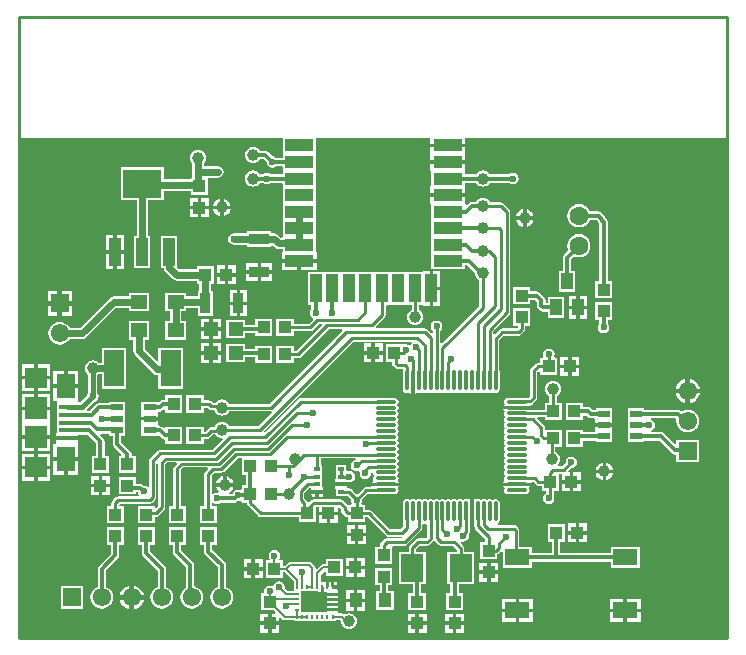
<source format=gtl>
G04*
G04 #@! TF.GenerationSoftware,Altium Limited,Altium Designer,19.0.14 (431)*
G04*
G04 Layer_Physical_Order=1*
G04 Layer_Color=255*
%FSLAX43Y43*%
%MOMM*%
G71*
G01*
G75*
%ADD10C,0.250*%
%ADD11C,0.100*%
%ADD13C,0.200*%
%ADD14C,0.600*%
%ADD15C,0.400*%
%ADD16C,0.254*%
%ADD18R,1.600X2.100*%
%ADD19R,1.350X0.400*%
%ADD20R,1.900X1.800*%
%ADD21R,1.900X1.900*%
%ADD22R,1.000X2.450*%
%ADD23R,2.450X1.000*%
%ADD24C,1.000*%
%ADD25R,0.500X0.350*%
%ADD26R,1.100X1.100*%
%ADD27R,1.100X1.100*%
%ADD28R,1.900X2.400*%
%ADD29R,0.230X0.350*%
%ADD30R,0.350X0.230*%
%ADD31R,1.100X1.250*%
%ADD32R,2.108X1.397*%
%ADD33R,1.000X0.600*%
%ADD34R,1.000X1.400*%
%ADD35R,1.680X3.150*%
%ADD36O,1.800X0.300*%
%ADD37O,0.300X1.800*%
%ADD38R,1.200X1.200*%
%ADD39R,0.950X1.700*%
%ADD40R,1.700X0.950*%
%ADD41R,3.300X2.400*%
%ADD42R,1.000X2.400*%
%ADD43R,1.400X1.200*%
%ADD75C,0.350*%
%ADD76C,0.300*%
%ADD77C,1.600*%
%ADD78R,1.550X1.550*%
%ADD79C,1.550*%
%ADD80R,1.550X1.550*%
%ADD81C,0.600*%
%ADD82C,5.000*%
G36*
X59944Y0D02*
X0D01*
Y42361D01*
X22300D01*
Y41101D01*
X22300Y41014D01*
X22300Y40887D01*
Y40656D01*
X21750D01*
X21615Y40746D01*
X21456Y40778D01*
X21084Y41150D01*
X20967Y41228D01*
X20828Y41256D01*
X20391D01*
X20297Y41379D01*
X20155Y41488D01*
X19990Y41556D01*
X19812Y41580D01*
X19634Y41556D01*
X19469Y41488D01*
X19327Y41379D01*
X19218Y41237D01*
X19149Y41072D01*
X19126Y40894D01*
X19149Y40716D01*
X19218Y40551D01*
X19327Y40409D01*
X19469Y40300D01*
X19634Y40231D01*
X19812Y40208D01*
X19990Y40231D01*
X20155Y40300D01*
X20297Y40409D01*
X20391Y40532D01*
X20678D01*
X20944Y40266D01*
X20976Y40107D01*
X21082Y39948D01*
X21241Y39842D01*
X21428Y39805D01*
X21615Y39842D01*
X21750Y39932D01*
X22210D01*
X22300Y39842D01*
X22300Y39614D01*
X22300Y39487D01*
Y39256D01*
X21277D01*
X21142Y39346D01*
X20955Y39383D01*
X20768Y39346D01*
X20633Y39256D01*
X20380D01*
X20286Y39379D01*
X20144Y39488D01*
X19979Y39556D01*
X19801Y39580D01*
X19623Y39556D01*
X19458Y39488D01*
X19316Y39379D01*
X19207Y39237D01*
X19139Y39072D01*
X19115Y38894D01*
X19139Y38716D01*
X19207Y38551D01*
X19316Y38409D01*
X19458Y38300D01*
X19623Y38231D01*
X19801Y38208D01*
X19979Y38231D01*
X20144Y38300D01*
X20286Y38409D01*
X20380Y38532D01*
X20633D01*
X20768Y38442D01*
X20955Y38405D01*
X21142Y38442D01*
X21277Y38532D01*
X22210D01*
X22300Y38442D01*
X22300Y38214D01*
X22300Y38087D01*
Y36901D01*
X22300Y36814D01*
X22300Y36687D01*
Y35414D01*
X22300D01*
Y35374D01*
X22300D01*
Y34014D01*
X22300Y34014D01*
X22293Y33908D01*
X22166Y33898D01*
X21936Y34128D01*
X21777Y34234D01*
X21590Y34271D01*
X21350D01*
Y34440D01*
X19290D01*
Y34271D01*
X18161D01*
X17974Y34234D01*
X17815Y34128D01*
X17709Y33969D01*
X17672Y33782D01*
X17709Y33595D01*
X17815Y33436D01*
X17974Y33330D01*
X18161Y33293D01*
X19290D01*
Y33130D01*
X21350D01*
Y33150D01*
X21477Y33203D01*
X21625Y33055D01*
X21784Y32949D01*
X21971Y32912D01*
X22300D01*
Y32648D01*
X22226D01*
Y32044D01*
X23705D01*
X25184D01*
Y32648D01*
X25110D01*
Y33974D01*
X25110D01*
Y34014D01*
X25110D01*
Y35374D01*
X25110D01*
Y35414D01*
X25110D01*
Y36687D01*
X25110Y36774D01*
X25110Y36901D01*
Y38087D01*
X25110Y38174D01*
X25110Y38301D01*
Y39487D01*
X25110Y39574D01*
X25110Y39701D01*
Y40887D01*
X25110Y40974D01*
X25110Y41101D01*
Y42361D01*
X34816D01*
Y41844D01*
X36295D01*
X37774D01*
Y42361D01*
X59944D01*
Y0D01*
D02*
G37*
G36*
X42799Y50419D02*
D01*
D02*
G37*
G36*
X59817Y52578D02*
D01*
D02*
G37*
%LPC*%
G36*
X37774Y41544D02*
X36295D01*
X34816D01*
Y40940D01*
Y40444D01*
X36295D01*
X37774D01*
Y40940D01*
Y41544D01*
D02*
G37*
G36*
X15113Y41326D02*
X14935Y41303D01*
X14770Y41234D01*
X14628Y41125D01*
X14519Y40983D01*
X14450Y40818D01*
X14427Y40640D01*
X14450Y40462D01*
X14519Y40297D01*
X14624Y40161D01*
Y38968D01*
X14510D01*
Y38843D01*
X12244D01*
Y39840D01*
X8584D01*
Y37080D01*
X9925D01*
Y34040D01*
X9734D01*
Y31280D01*
X11094D01*
Y34040D01*
X10903D01*
Y37080D01*
X12244D01*
Y37865D01*
X14510D01*
Y37508D01*
X15970D01*
Y38950D01*
X16838D01*
X17025Y38987D01*
X17184Y39093D01*
X17290Y39252D01*
X17327Y39439D01*
X17290Y39626D01*
X17184Y39785D01*
X17025Y39891D01*
X16838Y39928D01*
X15602D01*
Y40161D01*
X15707Y40297D01*
X15776Y40462D01*
X15799Y40640D01*
X15776Y40818D01*
X15707Y40983D01*
X15598Y41125D01*
X15456Y41234D01*
X15291Y41303D01*
X15113Y41326D01*
D02*
G37*
G36*
X37774Y40144D02*
X36295D01*
X34816D01*
Y39540D01*
X34890D01*
Y38248D01*
X34816D01*
Y37644D01*
X36295D01*
X37774D01*
Y38248D01*
X37700D01*
Y38532D01*
X38664D01*
X38758Y38409D01*
X38900Y38300D01*
X39065Y38231D01*
X39243Y38208D01*
X39421Y38231D01*
X39586Y38300D01*
X39728Y38409D01*
X39822Y38532D01*
X41461D01*
X41596Y38442D01*
X41783Y38405D01*
X41970Y38442D01*
X42129Y38548D01*
X42235Y38707D01*
X42272Y38894D01*
X42235Y39081D01*
X42129Y39240D01*
X41970Y39346D01*
X41783Y39383D01*
X41596Y39346D01*
X41461Y39256D01*
X39822D01*
X39728Y39379D01*
X39586Y39488D01*
X39421Y39556D01*
X39243Y39580D01*
X39065Y39556D01*
X38900Y39488D01*
X38758Y39379D01*
X38664Y39256D01*
X37700D01*
Y39540D01*
X37774D01*
Y40144D01*
D02*
G37*
G36*
X17295Y37190D02*
Y36599D01*
X17886D01*
X17880Y36646D01*
X17804Y36829D01*
X17683Y36987D01*
X17525Y37108D01*
X17342Y37184D01*
X17295Y37190D01*
D02*
G37*
G36*
X16995D02*
X16948Y37184D01*
X16765Y37108D01*
X16607Y36987D01*
X16486Y36829D01*
X16410Y36646D01*
X16404Y36599D01*
X16995D01*
Y37190D01*
D02*
G37*
G36*
X16044Y37242D02*
X15390D01*
Y36588D01*
X16044D01*
Y37242D01*
D02*
G37*
G36*
X15090D02*
X14436D01*
Y36588D01*
X15090D01*
Y37242D01*
D02*
G37*
G36*
X42949Y36301D02*
Y35710D01*
X43540D01*
X43534Y35757D01*
X43458Y35940D01*
X43337Y36098D01*
X43179Y36219D01*
X42996Y36295D01*
X42949Y36301D01*
D02*
G37*
G36*
X42649D02*
X42602Y36295D01*
X42419Y36219D01*
X42261Y36098D01*
X42140Y35940D01*
X42064Y35757D01*
X42058Y35710D01*
X42649D01*
Y36301D01*
D02*
G37*
G36*
X17886Y36299D02*
X17295D01*
Y35708D01*
X17342Y35714D01*
X17525Y35790D01*
X17683Y35911D01*
X17804Y36069D01*
X17880Y36252D01*
X17886Y36299D01*
D02*
G37*
G36*
X16995D02*
X16404D01*
X16410Y36252D01*
X16486Y36069D01*
X16607Y35911D01*
X16765Y35790D01*
X16948Y35714D01*
X16995Y35708D01*
Y36299D01*
D02*
G37*
G36*
X16044Y36288D02*
X15390D01*
Y35634D01*
X16044D01*
Y36288D01*
D02*
G37*
G36*
X15090D02*
X14436D01*
Y35634D01*
X15090D01*
Y36288D01*
D02*
G37*
G36*
X43540Y35410D02*
X42949D01*
Y34819D01*
X42996Y34825D01*
X43179Y34901D01*
X43337Y35022D01*
X43458Y35180D01*
X43534Y35363D01*
X43540Y35410D01*
D02*
G37*
G36*
X42649D02*
X42058D01*
X42064Y35363D01*
X42140Y35180D01*
X42261Y35022D01*
X42419Y34901D01*
X42602Y34825D01*
X42649Y34819D01*
Y35410D01*
D02*
G37*
G36*
X8868Y34114D02*
X8264D01*
Y32810D01*
X8868D01*
Y34114D01*
D02*
G37*
G36*
X7964D02*
X7360D01*
Y32810D01*
X7964D01*
Y34114D01*
D02*
G37*
G36*
X47371Y34193D02*
X47115Y34160D01*
X46877Y34061D01*
X46672Y33904D01*
X46515Y33699D01*
X46416Y33461D01*
X46383Y33205D01*
X46416Y32949D01*
X46471Y32817D01*
X46099Y32445D01*
X46021Y32327D01*
X45993Y32189D01*
Y31063D01*
X45675D01*
Y29303D01*
X47035D01*
Y31063D01*
X46717D01*
Y32039D01*
X46983Y32305D01*
X47115Y32250D01*
X47371Y32216D01*
X47627Y32250D01*
X47865Y32349D01*
X48070Y32506D01*
X48227Y32711D01*
X48326Y32949D01*
X48359Y33205D01*
X48326Y33461D01*
X48227Y33699D01*
X48070Y33904D01*
X47865Y34061D01*
X47627Y34160D01*
X47371Y34193D01*
D02*
G37*
G36*
X8868Y32510D02*
X8264D01*
Y31206D01*
X8868D01*
Y32510D01*
D02*
G37*
G36*
X7964D02*
X7360D01*
Y31206D01*
X7964D01*
Y32510D01*
D02*
G37*
G36*
X25184Y31744D02*
X23855D01*
Y31140D01*
X25184D01*
Y31744D01*
D02*
G37*
G36*
X23555D02*
X22226D01*
Y31140D01*
X23555D01*
Y31744D01*
D02*
G37*
G36*
X21424Y31714D02*
X20470D01*
Y31135D01*
X21424D01*
Y31714D01*
D02*
G37*
G36*
X20170D02*
X19216D01*
Y31135D01*
X20170D01*
Y31714D01*
D02*
G37*
G36*
X18341Y31538D02*
X17687D01*
Y30884D01*
X18341D01*
Y31538D01*
D02*
G37*
G36*
X17387D02*
X16733D01*
Y30884D01*
X17387D01*
Y31538D01*
D02*
G37*
G36*
X21424Y30835D02*
X20470D01*
Y30256D01*
X21424D01*
Y30835D01*
D02*
G37*
G36*
X20170D02*
X19216D01*
Y30256D01*
X20170D01*
Y30835D01*
D02*
G37*
G36*
X18341Y30584D02*
X17687D01*
Y29930D01*
X18341D01*
Y30584D01*
D02*
G37*
G36*
X17387D02*
X16733D01*
Y29930D01*
X17387D01*
Y30584D01*
D02*
G37*
G36*
X35654Y31078D02*
X35050D01*
Y29749D01*
X35654D01*
Y31078D01*
D02*
G37*
G36*
X13394Y34040D02*
X12034D01*
Y31280D01*
X12240D01*
X12262Y31168D01*
X12368Y31009D01*
X12989Y30388D01*
X13148Y30282D01*
X13335Y30245D01*
X15007D01*
Y30004D01*
X15248D01*
Y29351D01*
X15090D01*
Y28937D01*
X14114D01*
Y29228D01*
X12354D01*
Y27668D01*
X12745D01*
Y26815D01*
X12354D01*
Y25255D01*
X14114D01*
Y26815D01*
X13723D01*
Y27668D01*
X14114D01*
Y27959D01*
X15090D01*
Y27291D01*
X16400D01*
Y29351D01*
X16226D01*
Y30004D01*
X16467D01*
Y31464D01*
X15007D01*
Y31223D01*
X13538D01*
X13394Y31367D01*
Y34040D01*
D02*
G37*
G36*
X47371Y36733D02*
X47115Y36700D01*
X46877Y36601D01*
X46672Y36444D01*
X46515Y36239D01*
X46416Y36001D01*
X46383Y35745D01*
X46416Y35489D01*
X46515Y35251D01*
X46672Y35046D01*
X46877Y34889D01*
X47115Y34790D01*
X47371Y34756D01*
X47627Y34790D01*
X47865Y34889D01*
X48070Y35046D01*
X48227Y35251D01*
X48282Y35383D01*
X48895D01*
X49027Y35251D01*
X49038Y35198D01*
X49106Y35096D01*
Y30205D01*
X48738D01*
Y28745D01*
X50198D01*
Y30205D01*
X49830D01*
Y35241D01*
X49802Y35380D01*
X49724Y35497D01*
X49717Y35504D01*
X49706Y35556D01*
X49628Y35674D01*
X49301Y36001D01*
X49184Y36079D01*
X49045Y36107D01*
X48282D01*
X48227Y36239D01*
X48070Y36444D01*
X47865Y36601D01*
X47627Y36700D01*
X47371Y36733D01*
D02*
G37*
G36*
X4458Y29350D02*
X3629D01*
Y28521D01*
X4458D01*
Y29350D01*
D02*
G37*
G36*
X3229D02*
X2400D01*
Y28521D01*
X3229D01*
Y29350D01*
D02*
G37*
G36*
X19274Y29425D02*
X18695D01*
Y28471D01*
X19274D01*
Y29425D01*
D02*
G37*
G36*
X18395D02*
X17816D01*
Y28471D01*
X18395D01*
Y29425D01*
D02*
G37*
G36*
X48059Y28937D02*
X47455D01*
Y28133D01*
X48059D01*
Y28937D01*
D02*
G37*
G36*
X47155D02*
X46551D01*
Y28133D01*
X47155D01*
Y28937D01*
D02*
G37*
G36*
X35654Y29449D02*
X35050D01*
Y28120D01*
X35654D01*
Y29449D01*
D02*
G37*
G36*
X37774Y37344D02*
X36295D01*
X34816D01*
Y36740D01*
X34890D01*
Y35414D01*
X34890D01*
Y35374D01*
X34890D01*
Y34014D01*
X34890D01*
Y33974D01*
X34890D01*
Y32614D01*
X34890D01*
Y32574D01*
X34890D01*
Y31214D01*
X37700D01*
Y31532D01*
X37933D01*
X38563Y30903D01*
X38557Y30861D01*
X38581Y30683D01*
X38649Y30518D01*
X38758Y30376D01*
X38900Y30267D01*
X38932Y30254D01*
Y28069D01*
X35754Y24891D01*
X35637Y24940D01*
Y26003D01*
X35672Y26026D01*
X35778Y26185D01*
X35815Y26372D01*
X35778Y26559D01*
X35672Y26718D01*
X35513Y26824D01*
X35326Y26861D01*
X35139Y26824D01*
X34980Y26718D01*
X34874Y26559D01*
X34837Y26372D01*
X34874Y26185D01*
X34980Y26026D01*
X35015Y26003D01*
Y25835D01*
X34898Y25787D01*
X34556Y26128D01*
X34455Y26195D01*
X34336Y26219D01*
X30233D01*
X30181Y26346D01*
X30920Y27085D01*
X30987Y27186D01*
X31011Y27305D01*
Y28104D01*
X31101Y28194D01*
X31380Y28194D01*
X31507Y28194D01*
X32693D01*
X32780Y28194D01*
X32907Y28194D01*
X33217D01*
Y27774D01*
X33185Y27761D01*
X33043Y27652D01*
X32934Y27510D01*
X32866Y27345D01*
X32842Y27167D01*
X32866Y26989D01*
X32934Y26824D01*
X33043Y26682D01*
X33185Y26573D01*
X33350Y26504D01*
X33528Y26481D01*
X33706Y26504D01*
X33871Y26573D01*
X34013Y26682D01*
X34122Y26824D01*
X34190Y26989D01*
X34214Y27167D01*
X34190Y27345D01*
X34122Y27510D01*
X34013Y27652D01*
X33871Y27761D01*
X33839Y27774D01*
Y28194D01*
X34146D01*
Y28120D01*
X34750D01*
Y29599D01*
Y31078D01*
X34146D01*
Y31004D01*
X32907D01*
X32820Y31004D01*
X32693Y31004D01*
X31507D01*
X31420Y31004D01*
X31293Y31004D01*
X30020D01*
Y31004D01*
X29980D01*
Y31004D01*
X28707D01*
X28620Y31004D01*
X28493Y31004D01*
X27307D01*
X27220Y31004D01*
X27093Y31004D01*
X25820D01*
Y31004D01*
X25780D01*
Y31004D01*
X24420D01*
Y28194D01*
X24738D01*
Y27835D01*
X24648Y27700D01*
X24611Y27513D01*
X24648Y27326D01*
X24754Y27167D01*
X24835Y27113D01*
X24855Y26953D01*
X24502Y26600D01*
X23231D01*
Y27019D01*
X21771D01*
Y25559D01*
X23231D01*
Y25978D01*
X24631D01*
X24750Y26002D01*
X24851Y26069D01*
X25369Y26587D01*
X25593D01*
X25642Y26470D01*
X23486Y24314D01*
X23220D01*
Y24733D01*
X21760D01*
Y23273D01*
X23220D01*
Y23692D01*
X23615D01*
X23734Y23716D01*
X23835Y23783D01*
X26199Y26147D01*
X27306D01*
X27358Y26020D01*
X21155Y19817D01*
X17752D01*
X17739Y19849D01*
X17630Y19991D01*
X17488Y20100D01*
X17323Y20169D01*
X17145Y20192D01*
X16967Y20169D01*
X16802Y20100D01*
X16660Y19991D01*
X16601Y19914D01*
X16399D01*
X16281Y20032D01*
X16180Y20099D01*
X16061Y20123D01*
X15600D01*
Y20542D01*
X14140D01*
Y19082D01*
X15600D01*
Y19501D01*
X15932D01*
X16050Y19383D01*
X16151Y19316D01*
X16270Y19292D01*
X16498D01*
X16551Y19163D01*
X16660Y19021D01*
X16802Y18912D01*
X16967Y18844D01*
X17145Y18820D01*
X17323Y18844D01*
X17488Y18912D01*
X17630Y19021D01*
X17739Y19163D01*
X17752Y19195D01*
X21284D01*
X21342Y19207D01*
X21405Y19090D01*
X20233Y17918D01*
X17752D01*
X17739Y17950D01*
X17630Y18092D01*
X17488Y18201D01*
X17323Y18270D01*
X17145Y18293D01*
X16967Y18270D01*
X16802Y18201D01*
X16660Y18092D01*
X16551Y17950D01*
X16510Y17851D01*
X16270D01*
X16151Y17827D01*
X16050Y17760D01*
X15746Y17456D01*
X15600D01*
Y17875D01*
X14140D01*
Y16415D01*
X15600D01*
Y16834D01*
X15875D01*
X15994Y16858D01*
X16095Y16925D01*
X16399Y17229D01*
X16578D01*
X16660Y17122D01*
X16802Y17013D01*
X16967Y16945D01*
X17145Y16921D01*
X17198Y16928D01*
X17257Y16808D01*
X16381Y15932D01*
X11938D01*
X11819Y15908D01*
X11718Y15841D01*
X11083Y15206D01*
X11016Y15105D01*
X10992Y14986D01*
Y12797D01*
X10865Y12758D01*
X10728Y12849D01*
X10569Y12881D01*
X10494Y12956D01*
X10377Y13034D01*
X10238Y13062D01*
X9874D01*
Y13628D01*
X8414D01*
Y12168D01*
X9874D01*
Y12338D01*
X10063D01*
X10089Y12210D01*
X10158Y12106D01*
X10091Y11979D01*
X8366D01*
X8247Y11956D01*
X8146Y11888D01*
X7898Y11640D01*
X7831Y11539D01*
X7807Y11420D01*
Y11155D01*
X7388D01*
Y9695D01*
X8848D01*
Y11155D01*
X8429D01*
Y11291D01*
X8495Y11357D01*
X11044D01*
X11163Y11381D01*
X11264Y11448D01*
X11523Y11707D01*
X11590Y11808D01*
X11614Y11927D01*
Y14746D01*
X11627Y14754D01*
X11754Y14683D01*
Y11178D01*
X11590Y11014D01*
X11473Y11063D01*
Y11155D01*
X10013D01*
Y9695D01*
X11473D01*
Y10230D01*
X11557D01*
X11676Y10254D01*
X11777Y10321D01*
X12285Y10829D01*
X12352Y10930D01*
X12376Y11049D01*
Y14730D01*
X12516Y14870D01*
X13285D01*
X13334Y14753D01*
X13148Y14566D01*
X13080Y14465D01*
X13057Y14346D01*
Y11155D01*
X12638D01*
Y9695D01*
X14097D01*
Y11155D01*
X13678D01*
Y14218D01*
X13891Y14430D01*
X15906D01*
X15955Y14313D01*
X15772Y14130D01*
X15705Y14029D01*
X15681Y13910D01*
Y11155D01*
X15262D01*
Y9695D01*
X16722D01*
Y11155D01*
X16303D01*
Y11408D01*
X16373Y11443D01*
X16430Y11457D01*
X16577Y11359D01*
X16764Y11322D01*
X16951Y11359D01*
X17086Y11449D01*
X18223D01*
X18362Y11477D01*
X18479Y11555D01*
X18507Y11583D01*
X18545Y11576D01*
X18690Y11604D01*
X18817Y11528D01*
Y11462D01*
X19247D01*
Y11430D01*
X19271Y11311D01*
X19338Y11210D01*
X20227Y10321D01*
X20328Y10254D01*
X20447Y10230D01*
X23643D01*
Y9811D01*
X25103D01*
Y11119D01*
X25369D01*
Y10691D01*
X26173D01*
X26977D01*
Y11012D01*
X27104Y11064D01*
X27248Y10920D01*
Y10795D01*
X27272Y10676D01*
X27339Y10575D01*
X27593Y10321D01*
X27694Y10254D01*
X27813Y10230D01*
X27839D01*
Y9822D01*
X29299D01*
Y10230D01*
X29462D01*
X31022Y8670D01*
X31123Y8603D01*
X31242Y8579D01*
X32385D01*
X32399Y8574D01*
X32461Y8480D01*
X32430Y8439D01*
X31115D01*
X30996Y8415D01*
X30895Y8348D01*
X30641Y8094D01*
X30574Y7993D01*
X30550Y7874D01*
Y7715D01*
X30131D01*
Y6255D01*
X31591D01*
Y7715D01*
X31651Y7817D01*
X32639D01*
X32758Y7841D01*
X32859Y7908D01*
X34046Y9095D01*
X34113Y9196D01*
X34137Y9315D01*
Y9544D01*
X34264Y9632D01*
X34326Y9620D01*
X34388Y9632D01*
X34515Y9544D01*
Y8539D01*
X34415Y8439D01*
X33782D01*
X33663Y8415D01*
X33562Y8348D01*
X33056Y7842D01*
X32989Y7741D01*
X32965Y7622D01*
Y7311D01*
X32146D01*
Y4551D01*
X33313D01*
Y3789D01*
X32945D01*
Y2329D01*
X34405D01*
Y3789D01*
X34037D01*
Y4551D01*
X34406D01*
Y7311D01*
X33587D01*
Y7493D01*
X33911Y7817D01*
X34544D01*
X34663Y7841D01*
X34764Y7908D01*
X35046Y8190D01*
X35193Y8182D01*
X35467Y7908D01*
X35568Y7841D01*
X35687Y7817D01*
X36701D01*
X37065Y7453D01*
Y7311D01*
X36246D01*
Y4551D01*
X36488D01*
Y3789D01*
X36120D01*
Y2329D01*
X37580D01*
Y3789D01*
X37212D01*
Y4551D01*
X38506D01*
Y7311D01*
X37687D01*
Y7582D01*
X37663Y7701D01*
X37596Y7802D01*
X37380Y8018D01*
X37408Y8156D01*
X37416Y8162D01*
X37592Y8127D01*
X37779Y8164D01*
X37938Y8270D01*
X38044Y8429D01*
X38081Y8616D01*
X38057Y8741D01*
X38113Y8826D01*
X38137Y8945D01*
Y9455D01*
X38176Y9486D01*
Y10706D01*
Y11838D01*
X38168Y11837D01*
X38035Y11747D01*
X38019Y11724D01*
X37955Y11767D01*
X37826Y11792D01*
X37697Y11767D01*
X37588Y11694D01*
X37564D01*
X37455Y11767D01*
X37326Y11792D01*
X37197Y11767D01*
X37088Y11694D01*
X37064D01*
X36955Y11767D01*
X36826Y11792D01*
X36697Y11767D01*
X36588Y11694D01*
X36564D01*
X36455Y11767D01*
X36326Y11792D01*
X36197Y11767D01*
X36088Y11694D01*
X36064D01*
X35955Y11767D01*
X35826Y11792D01*
X35697Y11767D01*
X35588Y11694D01*
X35564D01*
X35455Y11767D01*
X35326Y11792D01*
X35197Y11767D01*
X35088Y11694D01*
X35064D01*
X34955Y11767D01*
X34826Y11792D01*
X34697Y11767D01*
X34588Y11694D01*
X34564D01*
X34455Y11767D01*
X34326Y11792D01*
X34197Y11767D01*
X34088Y11694D01*
X34064D01*
X33955Y11767D01*
X33826Y11792D01*
X33697Y11767D01*
X33588Y11694D01*
X33564D01*
X33455Y11767D01*
X33326Y11792D01*
X33197Y11767D01*
X33088Y11694D01*
X33064D01*
X32955Y11767D01*
X32826Y11792D01*
X32697Y11767D01*
X32588Y11694D01*
X32515Y11585D01*
X32490Y11456D01*
Y9956D01*
X32515Y9828D01*
Y9460D01*
X32256Y9201D01*
X31371D01*
X29811Y10761D01*
X29710Y10828D01*
X29591Y10852D01*
X29299D01*
Y11282D01*
X29026D01*
X28959Y11409D01*
X29021Y11503D01*
X29058Y11690D01*
X29050Y11731D01*
X29514Y12195D01*
X30148D01*
X30276Y12170D01*
X31776D01*
X31905Y12195D01*
X32014Y12268D01*
X32087Y12377D01*
X32112Y12506D01*
X32087Y12635D01*
X32044Y12699D01*
X32067Y12715D01*
X32157Y12848D01*
X32158Y12856D01*
X31026D01*
X29806D01*
X29775Y12817D01*
X29385D01*
X29266Y12793D01*
X29165Y12726D01*
X28642Y12202D01*
X28496D01*
X28229Y12470D01*
X28227Y12479D01*
X28160Y12580D01*
X28059Y12647D01*
X27940Y12671D01*
X27940Y12671D01*
X27750D01*
Y12860D01*
X26742D01*
Y12581D01*
X26816D01*
Y12005D01*
X27676D01*
Y12005D01*
X27803Y12016D01*
X28088Y11731D01*
X28080Y11690D01*
X28117Y11503D01*
X28179Y11409D01*
X28112Y11282D01*
X27839D01*
X27839Y11282D01*
X27728Y11320D01*
X27398Y11650D01*
X27297Y11717D01*
X27178Y11741D01*
X24931D01*
X24812Y11717D01*
X24711Y11650D01*
X24497Y11436D01*
X24366Y11484D01*
X24353Y11549D01*
X24285Y11650D01*
X24138Y11797D01*
Y12268D01*
X24565Y12695D01*
X24692Y12690D01*
Y12510D01*
X25196D01*
X25700D01*
Y12789D01*
X25626D01*
Y13955D01*
Y14665D01*
X25507D01*
Y15195D01*
X28465D01*
X28478Y15068D01*
X28388Y15050D01*
X28229Y14944D01*
X28123Y14785D01*
X28086Y14598D01*
X28123Y14411D01*
X28229Y14252D01*
X28388Y14146D01*
X28575Y14109D01*
X28723Y14138D01*
X28812Y14071D01*
X28833Y14040D01*
X28811Y13929D01*
X28848Y13742D01*
X28954Y13583D01*
X29113Y13477D01*
X29300Y13440D01*
X29487Y13477D01*
X29646Y13583D01*
X29752Y13742D01*
X29789Y13929D01*
X29782Y13969D01*
X29861Y14070D01*
X29940Y14006D01*
X29965Y13877D01*
X30038Y13768D01*
Y13744D01*
X29965Y13635D01*
X29940Y13506D01*
X29965Y13377D01*
X30008Y13313D01*
X29985Y13297D01*
X29895Y13164D01*
X29894Y13156D01*
X31026D01*
X32158D01*
X32157Y13164D01*
X32067Y13297D01*
X32044Y13313D01*
X32087Y13377D01*
X32112Y13506D01*
X32087Y13635D01*
X32014Y13744D01*
Y13768D01*
X32087Y13877D01*
X32112Y14006D01*
X32087Y14135D01*
X32014Y14244D01*
Y14268D01*
X32087Y14377D01*
X32112Y14506D01*
X32087Y14635D01*
X32014Y14744D01*
Y14768D01*
X32087Y14877D01*
X32112Y15006D01*
X32087Y15135D01*
X32014Y15244D01*
Y15268D01*
X32087Y15377D01*
X32112Y15506D01*
X32087Y15635D01*
X32014Y15744D01*
Y15768D01*
X32087Y15877D01*
X32112Y16006D01*
X32087Y16135D01*
X32014Y16244D01*
Y16268D01*
X32087Y16377D01*
X32112Y16506D01*
X32087Y16635D01*
X32014Y16744D01*
Y16768D01*
X32087Y16877D01*
X32112Y17006D01*
X32087Y17135D01*
X32014Y17244D01*
Y17268D01*
X32087Y17377D01*
X32112Y17506D01*
X32087Y17635D01*
X32073Y17655D01*
X32020Y17756D01*
X32073Y17857D01*
X32087Y17877D01*
X32112Y18006D01*
X32087Y18135D01*
X32014Y18244D01*
Y18268D01*
X32087Y18377D01*
X32112Y18506D01*
X32087Y18635D01*
X32014Y18744D01*
Y18768D01*
X32087Y18877D01*
X32112Y19006D01*
X32087Y19135D01*
X32014Y19244D01*
Y19268D01*
X32087Y19377D01*
X32112Y19506D01*
X32087Y19635D01*
X32014Y19744D01*
Y19768D01*
X32087Y19877D01*
X32112Y20006D01*
X32087Y20135D01*
X32014Y20244D01*
X31905Y20317D01*
X31776Y20342D01*
X30276D01*
X30148Y20317D01*
X23827D01*
X23708Y20293D01*
X23607Y20226D01*
X20762Y17381D01*
X20756Y17382D01*
X20716Y17521D01*
X28284Y25089D01*
X33197D01*
X33236Y24962D01*
X33145Y24825D01*
X33010Y24798D01*
X32953Y24836D01*
X32766Y24873D01*
X32618Y24844D01*
X32491Y24860D01*
Y24860D01*
X32491Y24860D01*
X31031D01*
Y23400D01*
X31547D01*
Y23260D01*
X31570Y23141D01*
X31638Y23041D01*
X31784Y22894D01*
X31885Y22827D01*
X32004Y22803D01*
X32507D01*
Y22645D01*
X32490Y22556D01*
Y21056D01*
X32515Y20927D01*
X32588Y20818D01*
X32697Y20745D01*
X32826Y20720D01*
X32955Y20745D01*
X33019Y20788D01*
X33035Y20765D01*
X33168Y20675D01*
X33176Y20674D01*
Y21806D01*
X33476D01*
Y20674D01*
X33484Y20675D01*
X33617Y20765D01*
X33633Y20788D01*
X33697Y20745D01*
X33826Y20720D01*
X33955Y20745D01*
X33975Y20759D01*
X34076Y20812D01*
X34177Y20759D01*
X34197Y20745D01*
X34326Y20720D01*
X34455Y20745D01*
X34475Y20759D01*
X34576Y20812D01*
X34677Y20759D01*
X34697Y20745D01*
X34826Y20720D01*
X34955Y20745D01*
X34975Y20759D01*
X35076Y20812D01*
X35177Y20759D01*
X35197Y20745D01*
X35326Y20720D01*
X35455Y20745D01*
X35475Y20759D01*
X35576Y20812D01*
X35677Y20759D01*
X35697Y20745D01*
X35826Y20720D01*
X35955Y20745D01*
X35975Y20759D01*
X36076Y20812D01*
X36177Y20759D01*
X36197Y20745D01*
X36326Y20720D01*
X36455Y20745D01*
X36475Y20759D01*
X36576Y20812D01*
X36677Y20759D01*
X36697Y20745D01*
X36826Y20720D01*
X36955Y20745D01*
X36975Y20759D01*
X37076Y20812D01*
X37177Y20759D01*
X37197Y20745D01*
X37326Y20720D01*
X37455Y20745D01*
X37475Y20759D01*
X37576Y20812D01*
X37677Y20759D01*
X37697Y20745D01*
X37826Y20720D01*
X37955Y20745D01*
X37975Y20759D01*
X38076Y20812D01*
X38177Y20759D01*
X38197Y20745D01*
X38326Y20720D01*
X38455Y20745D01*
X38475Y20759D01*
X38576Y20812D01*
X38677Y20759D01*
X38697Y20745D01*
X38826Y20720D01*
X38955Y20745D01*
X38975Y20759D01*
X39076Y20812D01*
X39177Y20759D01*
X39197Y20745D01*
X39326Y20720D01*
X39455Y20745D01*
X39475Y20759D01*
X39576Y20812D01*
X39677Y20759D01*
X39697Y20745D01*
X39826Y20720D01*
X39955Y20745D01*
X39975Y20759D01*
X40076Y20812D01*
X40177Y20759D01*
X40197Y20745D01*
X40326Y20720D01*
X40455Y20745D01*
X40564Y20818D01*
X40637Y20927D01*
X40662Y21056D01*
Y22556D01*
X40637Y22684D01*
Y25211D01*
X41023Y25597D01*
X42291D01*
X42410Y25621D01*
X42511Y25688D01*
X42765Y25942D01*
X42832Y26043D01*
X42856Y26162D01*
Y26437D01*
X43275D01*
Y27897D01*
X41815D01*
Y26437D01*
X42234D01*
Y26291D01*
X42162Y26219D01*
X40894D01*
X40775Y26195D01*
X40674Y26128D01*
X40254Y25708D01*
X40137Y25757D01*
Y25981D01*
X41495Y27339D01*
X41562Y27440D01*
X41586Y27559D01*
Y36068D01*
X41562Y36187D01*
X41495Y36288D01*
X40987Y36796D01*
X40886Y36863D01*
X40767Y36887D01*
X39850D01*
X39837Y36919D01*
X39728Y37061D01*
X39586Y37170D01*
X39421Y37238D01*
X39243Y37262D01*
X39065Y37238D01*
X38900Y37170D01*
X38758Y37061D01*
X38664Y36938D01*
X38308D01*
X38169Y36910D01*
X38052Y36832D01*
X37902Y36682D01*
X37774Y36734D01*
X37774Y36740D01*
X37774D01*
Y37344D01*
D02*
G37*
G36*
X11014Y29228D02*
X9254D01*
Y28937D01*
X8001D01*
X7814Y28900D01*
X7655Y28794D01*
X5131Y26270D01*
X4257D01*
X4110Y26462D01*
X3911Y26615D01*
X3678Y26711D01*
X3429Y26744D01*
X3180Y26711D01*
X2947Y26615D01*
X2748Y26462D01*
X2595Y26263D01*
X2499Y26030D01*
X2466Y25781D01*
X2499Y25532D01*
X2595Y25299D01*
X2748Y25100D01*
X2947Y24947D01*
X3180Y24851D01*
X3429Y24818D01*
X3678Y24851D01*
X3911Y24947D01*
X4110Y25100D01*
X4257Y25292D01*
X5334D01*
X5521Y25329D01*
X5680Y25435D01*
X8204Y27959D01*
X9254D01*
Y27668D01*
X11014D01*
Y29228D01*
D02*
G37*
G36*
X4458Y28121D02*
X3629D01*
Y27292D01*
X4458D01*
Y28121D01*
D02*
G37*
G36*
X3229D02*
X2400D01*
Y27292D01*
X3229D01*
Y28121D01*
D02*
G37*
G36*
X19274Y28171D02*
X18695D01*
Y27217D01*
X19274D01*
Y28171D01*
D02*
G37*
G36*
X18395D02*
X17816D01*
Y27217D01*
X18395D01*
Y28171D01*
D02*
G37*
G36*
X43275Y29697D02*
X41815D01*
Y28237D01*
X43275D01*
Y28605D01*
X43654D01*
X43834Y28425D01*
Y28129D01*
X43862Y27991D01*
X43940Y27874D01*
X44087Y27727D01*
X44204Y27649D01*
X44342Y27621D01*
X44725D01*
Y27103D01*
X46085D01*
Y28863D01*
X44725D01*
Y28345D01*
X44558D01*
Y28575D01*
X44530Y28714D01*
X44452Y28831D01*
X44060Y29223D01*
X43943Y29301D01*
X43804Y29329D01*
X43275D01*
Y29697D01*
D02*
G37*
G36*
X48059Y27833D02*
X47455D01*
Y27029D01*
X48059D01*
Y27833D01*
D02*
G37*
G36*
X47155D02*
X46551D01*
Y27029D01*
X47155D01*
Y27833D01*
D02*
G37*
G36*
X21431Y27019D02*
X19971D01*
Y26524D01*
X19102D01*
Y26942D01*
X17542D01*
Y25382D01*
X19102D01*
Y25800D01*
X19971D01*
Y25559D01*
X21431D01*
Y27019D01*
D02*
G37*
G36*
X17076Y27016D02*
X16372D01*
Y26312D01*
X17076D01*
Y27016D01*
D02*
G37*
G36*
X16072D02*
X15368D01*
Y26312D01*
X16072D01*
Y27016D01*
D02*
G37*
G36*
X50198Y28405D02*
X48738D01*
Y26945D01*
X49106D01*
Y26611D01*
X49016Y26476D01*
X48979Y26289D01*
X49016Y26102D01*
X49122Y25943D01*
X49281Y25837D01*
X49468Y25800D01*
X49655Y25837D01*
X49814Y25943D01*
X49920Y26102D01*
X49957Y26289D01*
X49920Y26476D01*
X49830Y26611D01*
Y26945D01*
X50198D01*
Y28405D01*
D02*
G37*
G36*
X17076Y26012D02*
X16372D01*
Y25308D01*
X17076D01*
Y26012D01*
D02*
G37*
G36*
X16072D02*
X15368D01*
Y25308D01*
X16072D01*
Y26012D01*
D02*
G37*
G36*
X30765Y24934D02*
X30111D01*
Y24280D01*
X30765D01*
Y24934D01*
D02*
G37*
G36*
X29811D02*
X29157D01*
Y24280D01*
X29811D01*
Y24934D01*
D02*
G37*
G36*
X17076Y24984D02*
X16372D01*
Y24280D01*
X17076D01*
Y24984D01*
D02*
G37*
G36*
X16072D02*
X15368D01*
Y24280D01*
X16072D01*
Y24984D01*
D02*
G37*
G36*
X30765Y23980D02*
X30111D01*
Y23326D01*
X30765D01*
Y23980D01*
D02*
G37*
G36*
X29811D02*
X29157D01*
Y23326D01*
X29811D01*
Y23980D01*
D02*
G37*
G36*
X9044Y24568D02*
X7004D01*
Y23303D01*
X6702D01*
X6566Y23407D01*
X6401Y23476D01*
X6223Y23499D01*
X6045Y23476D01*
X5880Y23407D01*
X5738Y23298D01*
X5629Y23156D01*
X5561Y22991D01*
X5537Y22813D01*
X5561Y22636D01*
X5629Y22470D01*
X5738Y22328D01*
X5836Y22254D01*
Y20731D01*
X5771Y20634D01*
X5748Y20520D01*
X5163Y19935D01*
X5032Y19950D01*
X5001Y20025D01*
X5001Y20044D01*
Y21179D01*
X3947D01*
X2893D01*
Y20025D01*
X3190D01*
X3217Y19909D01*
X3217Y19898D01*
Y19149D01*
Y18499D01*
Y17383D01*
X3143D01*
Y17079D01*
X4072D01*
X5001D01*
Y17217D01*
X5765D01*
X5966Y17016D01*
X5966Y17016D01*
X6496Y16486D01*
Y15428D01*
X6128D01*
Y13968D01*
X7588D01*
Y15428D01*
X7220D01*
Y16636D01*
X7192Y16775D01*
X7114Y16892D01*
X6832Y17174D01*
X6881Y17291D01*
X7597D01*
Y17127D01*
X7915D01*
Y16433D01*
X7943Y16294D01*
X8021Y16177D01*
X8653Y15545D01*
X8604Y15428D01*
X8414D01*
Y13968D01*
X9874D01*
Y15428D01*
X9506D01*
Y15566D01*
X9478Y15705D01*
X9400Y15822D01*
X8639Y16583D01*
Y17127D01*
X8957D01*
Y18077D01*
Y19027D01*
Y19987D01*
X7597D01*
Y19869D01*
X6744D01*
X6606Y19841D01*
X6488Y19763D01*
X5966Y19241D01*
X5745D01*
X5692Y19368D01*
X6296Y19972D01*
X6410Y19995D01*
X6569Y20101D01*
X6675Y20260D01*
X6712Y20447D01*
X6675Y20634D01*
X6610Y20731D01*
Y22254D01*
X6702Y22324D01*
X7004D01*
Y21058D01*
X9044D01*
Y24568D01*
D02*
G37*
G36*
X17076Y23980D02*
X16372D01*
Y23276D01*
X17076D01*
Y23980D01*
D02*
G37*
G36*
X16072D02*
X15368D01*
Y23276D01*
X16072D01*
Y23980D01*
D02*
G37*
G36*
X19102Y24910D02*
X17542D01*
Y23350D01*
X19102D01*
Y23768D01*
X19960D01*
Y23273D01*
X21420D01*
Y24733D01*
X19960D01*
Y24492D01*
X19102D01*
Y24910D01*
D02*
G37*
G36*
X47424Y23791D02*
X46770D01*
Y23137D01*
X47424D01*
Y23791D01*
D02*
G37*
G36*
X46470D02*
X45816D01*
Y23137D01*
X46470D01*
Y23791D01*
D02*
G37*
G36*
X44831Y24492D02*
X44644Y24455D01*
X44485Y24349D01*
X44379Y24190D01*
X44342Y24003D01*
X44373Y23844D01*
X44304Y23717D01*
X44090D01*
Y23298D01*
X43942D01*
X43823Y23274D01*
X43722Y23207D01*
X43341Y22826D01*
X43274Y22725D01*
X43250Y22606D01*
Y20449D01*
X43128Y20327D01*
X42956D01*
X42876Y20342D01*
X41376D01*
X41247Y20317D01*
X41138Y20244D01*
X41065Y20135D01*
X41040Y20006D01*
X41065Y19877D01*
X41108Y19813D01*
X41085Y19797D01*
X40995Y19664D01*
X40994Y19656D01*
X42126D01*
X43317D01*
X43355Y19721D01*
X43364Y19726D01*
X43376Y19728D01*
X43476Y19796D01*
X43781Y20100D01*
X43848Y20201D01*
X43872Y20320D01*
Y22477D01*
X43963Y22568D01*
X44090Y22516D01*
Y22257D01*
X45550D01*
Y23717D01*
X45358D01*
X45289Y23844D01*
X45320Y24003D01*
X45283Y24190D01*
X45177Y24349D01*
X45018Y24455D01*
X44831Y24492D01*
D02*
G37*
G36*
X47424Y22837D02*
X46770D01*
Y22183D01*
X47424D01*
Y22837D01*
D02*
G37*
G36*
X46470D02*
X45816D01*
Y22183D01*
X46470D01*
Y22837D01*
D02*
G37*
G36*
X2601Y23183D02*
X1547D01*
Y22179D01*
X2601D01*
Y23183D01*
D02*
G37*
G36*
X1247D02*
X193D01*
Y22179D01*
X1247D01*
Y23183D01*
D02*
G37*
G36*
X5001Y22633D02*
X4097D01*
Y21479D01*
X5001D01*
Y22633D01*
D02*
G37*
G36*
X3797D02*
X2893D01*
Y21479D01*
X3797D01*
Y22633D01*
D02*
G37*
G36*
X56790Y21915D02*
Y21103D01*
X57602D01*
X57593Y21172D01*
X57489Y21422D01*
X57324Y21637D01*
X57109Y21802D01*
X56859Y21906D01*
X56790Y21915D01*
D02*
G37*
G36*
X56390D02*
X56321Y21906D01*
X56071Y21802D01*
X55856Y21637D01*
X55691Y21422D01*
X55587Y21172D01*
X55578Y21103D01*
X56390D01*
Y21915D01*
D02*
G37*
G36*
X11014Y26815D02*
X9254D01*
Y25255D01*
X9645D01*
Y24283D01*
X9682Y24096D01*
X9788Y23937D01*
X11338Y22387D01*
X11497Y22281D01*
X11684Y22244D01*
X11784D01*
Y21058D01*
X13824D01*
Y24568D01*
X11784D01*
Y23491D01*
X11667Y23443D01*
X10623Y24486D01*
Y25255D01*
X11014D01*
Y26815D01*
D02*
G37*
G36*
X2601Y21879D02*
X1547D01*
Y20875D01*
X2601D01*
Y21879D01*
D02*
G37*
G36*
X1247D02*
X193D01*
Y20875D01*
X1247D01*
Y21879D01*
D02*
G37*
G36*
X13800Y20542D02*
X12340D01*
Y20174D01*
X12192D01*
X12053Y20146D01*
X11936Y20068D01*
X11834Y19966D01*
X11707Y19987D01*
Y19987D01*
X10347D01*
Y19111D01*
X10273D01*
Y18707D01*
X11027D01*
X11781D01*
Y19111D01*
X11888Y19160D01*
X11902D01*
X12041Y19188D01*
X12158Y19266D01*
X12223Y19331D01*
X12340Y19282D01*
Y19082D01*
X13800D01*
Y20542D01*
D02*
G37*
G36*
X57602Y20703D02*
X56790D01*
Y19891D01*
X56859Y19900D01*
X57109Y20004D01*
X57324Y20169D01*
X57489Y20384D01*
X57593Y20634D01*
X57602Y20703D01*
D02*
G37*
G36*
X56390D02*
X55578D01*
X55587Y20634D01*
X55691Y20384D01*
X55856Y20169D01*
X56071Y20004D01*
X56321Y19900D01*
X56390Y19891D01*
Y20703D01*
D02*
G37*
G36*
X2601Y20633D02*
X1547D01*
Y19579D01*
X2601D01*
Y20633D01*
D02*
G37*
G36*
X1247D02*
X193D01*
Y19579D01*
X1247D01*
Y20633D01*
D02*
G37*
G36*
X45201Y21768D02*
X45023Y21744D01*
X44858Y21676D01*
X44716Y21567D01*
X44607Y21425D01*
X44539Y21260D01*
X44515Y21082D01*
X44539Y20904D01*
X44607Y20739D01*
X44716Y20597D01*
X44858Y20488D01*
X44890Y20475D01*
Y19907D01*
X44471D01*
Y19317D01*
X43377D01*
X43346Y19356D01*
X42126D01*
X40994D01*
X40995Y19348D01*
X41085Y19215D01*
X41108Y19199D01*
X41065Y19135D01*
X41040Y19006D01*
X41065Y18877D01*
X41138Y18768D01*
Y18744D01*
X41065Y18635D01*
X41040Y18506D01*
X41065Y18377D01*
X41138Y18268D01*
Y18244D01*
X41065Y18135D01*
X41040Y18006D01*
X41065Y17877D01*
X41138Y17768D01*
Y17744D01*
X41065Y17635D01*
X41040Y17506D01*
X41065Y17377D01*
X41079Y17357D01*
X41132Y17256D01*
X41079Y17155D01*
X41065Y17135D01*
X41040Y17006D01*
X41065Y16877D01*
X41138Y16768D01*
Y16744D01*
X41065Y16635D01*
X41040Y16506D01*
X41065Y16377D01*
X41138Y16268D01*
Y16244D01*
X41065Y16135D01*
X41040Y16006D01*
X41065Y15877D01*
X41138Y15768D01*
Y15744D01*
X41065Y15635D01*
X41040Y15506D01*
X41065Y15377D01*
X41138Y15268D01*
Y15244D01*
X41065Y15135D01*
X41040Y15006D01*
X41065Y14877D01*
X41138Y14768D01*
Y14744D01*
X41065Y14635D01*
X41040Y14506D01*
X41065Y14377D01*
X41138Y14268D01*
Y14244D01*
X41065Y14135D01*
X41040Y14006D01*
X41065Y13877D01*
X41138Y13768D01*
Y13744D01*
X41065Y13635D01*
X41040Y13506D01*
X41065Y13377D01*
X41108Y13313D01*
X41085Y13297D01*
X40995Y13164D01*
X40994Y13156D01*
X42126D01*
X43346D01*
X43377Y13195D01*
X43515D01*
X43722Y12988D01*
X43823Y12921D01*
X43942Y12897D01*
X44217D01*
Y12478D01*
X44636D01*
Y12264D01*
X44633Y12263D01*
X44474Y12157D01*
X44368Y11998D01*
X44331Y11811D01*
X44368Y11624D01*
X44474Y11465D01*
X44633Y11359D01*
X44820Y11322D01*
X45007Y11359D01*
X45166Y11465D01*
X45272Y11624D01*
X45309Y11811D01*
X45272Y11998D01*
X45258Y12019D01*
Y12478D01*
X45677D01*
Y13913D01*
X45943D01*
Y13358D01*
X46597D01*
Y14012D01*
X46495D01*
X46446Y14129D01*
X46695Y14378D01*
X46736Y14370D01*
X46923Y14407D01*
X47082Y14513D01*
X47188Y14672D01*
X47225Y14859D01*
X47188Y15046D01*
X47082Y15205D01*
X46923Y15311D01*
X46736Y15348D01*
X46549Y15311D01*
X46390Y15205D01*
X46284Y15046D01*
X46247Y14859D01*
X46255Y14818D01*
X45972Y14535D01*
X45643D01*
X45596Y14662D01*
X45679Y14770D01*
X45748Y14935D01*
X45771Y15113D01*
X45748Y15291D01*
X45679Y15456D01*
X45570Y15598D01*
X45428Y15707D01*
X45396Y15720D01*
Y16161D01*
X45931D01*
Y17621D01*
X44507D01*
Y17780D01*
X44483Y17899D01*
X44416Y18000D01*
X43838Y18578D01*
X43887Y18695D01*
X44471D01*
Y18447D01*
X45931D01*
Y19907D01*
X45512D01*
Y20475D01*
X45544Y20488D01*
X45686Y20597D01*
X45795Y20739D01*
X45863Y20904D01*
X45887Y21082D01*
X45863Y21260D01*
X45795Y21425D01*
X45686Y21567D01*
X45544Y21676D01*
X45379Y21744D01*
X45201Y21768D01*
D02*
G37*
G36*
X47731Y19907D02*
X46271D01*
Y18447D01*
X47731D01*
Y18815D01*
X48016D01*
X48131Y18700D01*
X48248Y18622D01*
X48387Y18594D01*
X48601D01*
X48714Y18560D01*
Y18156D01*
X49468D01*
X50222D01*
Y18560D01*
X50148D01*
Y19436D01*
X48788D01*
Y19318D01*
X48537D01*
X48422Y19433D01*
X48305Y19511D01*
X48166Y19539D01*
X47731D01*
Y19907D01*
D02*
G37*
G36*
X50222Y17856D02*
X49468D01*
X48714D01*
Y17452D01*
X48601Y17418D01*
X47731D01*
Y17621D01*
X46271D01*
Y16161D01*
X47731D01*
Y16694D01*
X48788D01*
Y16576D01*
X50148D01*
Y17452D01*
X50222D01*
Y17856D01*
D02*
G37*
G36*
X52898Y19436D02*
X51538D01*
Y18476D01*
Y17526D01*
Y16576D01*
X52898D01*
Y16694D01*
X54168D01*
X55243Y15619D01*
X55360Y15541D01*
X55499Y15513D01*
X55635D01*
Y14868D01*
X57545D01*
Y16778D01*
X55635D01*
Y16417D01*
X55518Y16368D01*
X54574Y17312D01*
X54457Y17390D01*
X54318Y17418D01*
X53495D01*
X53483Y17545D01*
X53527Y17554D01*
X53686Y17660D01*
X53792Y17819D01*
X53829Y18006D01*
X53792Y18193D01*
X53686Y18352D01*
X53527Y18458D01*
X53483Y18467D01*
X53495Y18594D01*
X55549D01*
X55643Y18490D01*
X55627Y18363D01*
X55660Y18114D01*
X55756Y17881D01*
X55909Y17682D01*
X56108Y17529D01*
X56341Y17433D01*
X56590Y17400D01*
X56839Y17433D01*
X57072Y17529D01*
X57271Y17682D01*
X57424Y17881D01*
X57520Y18114D01*
X57553Y18363D01*
X57520Y18612D01*
X57424Y18845D01*
X57271Y19044D01*
X57072Y19197D01*
X56839Y19293D01*
X56590Y19326D01*
X56341Y19293D01*
X56108Y19197D01*
X56052Y19154D01*
X55994Y19212D01*
X55876Y19290D01*
X55738Y19318D01*
X52898D01*
Y19436D01*
D02*
G37*
G36*
X2601Y19279D02*
X1397D01*
X193D01*
Y18225D01*
Y17179D01*
X1397D01*
X2601D01*
Y18225D01*
Y19279D01*
D02*
G37*
G36*
X11781Y18407D02*
X11027D01*
X10273D01*
Y18003D01*
X10347D01*
Y17127D01*
X11707D01*
Y17127D01*
X11831Y17121D01*
X12063Y16889D01*
X12180Y16811D01*
X12319Y16783D01*
X12340D01*
Y16415D01*
X13800D01*
Y17875D01*
X12340D01*
Y17802D01*
X12223Y17753D01*
X12158Y17818D01*
X12041Y17896D01*
X11902Y17924D01*
X11875D01*
X11781Y18003D01*
Y18407D01*
D02*
G37*
G36*
X2601Y16879D02*
X1547D01*
Y15825D01*
X2601D01*
Y16879D01*
D02*
G37*
G36*
X1247D02*
X193D01*
Y15825D01*
X1247D01*
Y16879D01*
D02*
G37*
G36*
X5001Y16779D02*
X4072D01*
X3143D01*
Y16475D01*
X3033Y16433D01*
X2893D01*
Y15279D01*
X3947D01*
X5001D01*
Y16348D01*
X5001Y16475D01*
X5001Y16560D01*
Y16779D01*
D02*
G37*
G36*
X2601Y15583D02*
X1547D01*
Y14579D01*
X2601D01*
Y15583D01*
D02*
G37*
G36*
X1247D02*
X193D01*
Y14579D01*
X1247D01*
Y15583D01*
D02*
G37*
G36*
X49680Y14838D02*
Y14247D01*
X50271D01*
X50265Y14294D01*
X50189Y14477D01*
X50068Y14635D01*
X49910Y14756D01*
X49727Y14832D01*
X49680Y14838D01*
D02*
G37*
G36*
X49380D02*
X49333Y14832D01*
X49150Y14756D01*
X48992Y14635D01*
X48871Y14477D01*
X48795Y14294D01*
X48789Y14247D01*
X49380D01*
Y14838D01*
D02*
G37*
G36*
X5001Y14979D02*
X4097D01*
Y13825D01*
X5001D01*
Y14979D01*
D02*
G37*
G36*
X3797D02*
X2893D01*
Y13825D01*
X3797D01*
Y14979D01*
D02*
G37*
G36*
X47551Y14012D02*
X46897D01*
Y13358D01*
X47551D01*
Y14012D01*
D02*
G37*
G36*
X50271Y13947D02*
X49680D01*
Y13356D01*
X49727Y13362D01*
X49910Y13438D01*
X50068Y13559D01*
X50189Y13717D01*
X50265Y13900D01*
X50271Y13947D01*
D02*
G37*
G36*
X49380D02*
X48789D01*
X48795Y13900D01*
X48871Y13717D01*
X48992Y13559D01*
X49150Y13438D01*
X49333Y13362D01*
X49380Y13356D01*
Y13947D01*
D02*
G37*
G36*
X2601Y14279D02*
X1547D01*
Y13275D01*
X2601D01*
Y14279D01*
D02*
G37*
G36*
X1247D02*
X193D01*
Y13275D01*
X1247D01*
Y14279D01*
D02*
G37*
G36*
X27676Y14665D02*
X26816D01*
Y13439D01*
X26742D01*
Y13160D01*
X27849D01*
X27877Y13183D01*
X27940Y13171D01*
X28127Y13208D01*
X28286Y13314D01*
X28392Y13473D01*
X28429Y13660D01*
X28392Y13847D01*
X28286Y14006D01*
X28127Y14112D01*
X27940Y14149D01*
X27803Y14122D01*
X27676Y14202D01*
Y14665D01*
D02*
G37*
G36*
X7662Y13702D02*
X7008D01*
Y13048D01*
X7662D01*
Y13702D01*
D02*
G37*
G36*
X6708D02*
X6054D01*
Y13048D01*
X6708D01*
Y13702D01*
D02*
G37*
G36*
X47551Y13058D02*
X46897D01*
Y12404D01*
X47551D01*
Y13058D01*
D02*
G37*
G36*
X46597D02*
X45943D01*
Y12404D01*
X46597D01*
Y13058D01*
D02*
G37*
G36*
X43258Y12856D02*
X42126D01*
X40994D01*
X40995Y12848D01*
X41085Y12715D01*
X41108Y12699D01*
X41065Y12635D01*
X41040Y12506D01*
X41065Y12377D01*
X41138Y12268D01*
X41247Y12195D01*
X41376Y12170D01*
X42876D01*
X43005Y12195D01*
X43114Y12268D01*
X43187Y12377D01*
X43212Y12506D01*
X43187Y12635D01*
X43144Y12699D01*
X43167Y12715D01*
X43257Y12848D01*
X43258Y12856D01*
D02*
G37*
G36*
X7662Y12748D02*
X7008D01*
Y12094D01*
X7662D01*
Y12748D01*
D02*
G37*
G36*
X6708D02*
X6054D01*
Y12094D01*
X6708D01*
Y12748D01*
D02*
G37*
G36*
X25700Y12210D02*
X25346D01*
Y11931D01*
X25700D01*
Y12210D01*
D02*
G37*
G36*
X25046D02*
X24692D01*
Y11931D01*
X25046D01*
Y12210D01*
D02*
G37*
G36*
X26977Y10391D02*
X26323D01*
Y9737D01*
X26977D01*
Y10391D01*
D02*
G37*
G36*
X26023D02*
X25369D01*
Y9737D01*
X26023D01*
Y10391D01*
D02*
G37*
G36*
X48059Y9694D02*
X47405D01*
Y9040D01*
X48059D01*
Y9694D01*
D02*
G37*
G36*
X47105D02*
X46451D01*
Y9040D01*
X47105D01*
Y9694D01*
D02*
G37*
G36*
X29373Y9556D02*
X28719D01*
Y8902D01*
X29373D01*
Y9556D01*
D02*
G37*
G36*
X28419D02*
X27765D01*
Y8902D01*
X28419D01*
Y9556D01*
D02*
G37*
G36*
X48059Y8740D02*
X47405D01*
Y8086D01*
X48059D01*
Y8740D01*
D02*
G37*
G36*
X47105D02*
X46451D01*
Y8086D01*
X47105D01*
Y8740D01*
D02*
G37*
G36*
X29373Y8602D02*
X28719D01*
Y7948D01*
X29373D01*
Y8602D01*
D02*
G37*
G36*
X28419D02*
X27765D01*
Y7948D01*
X28419D01*
Y8602D01*
D02*
G37*
G36*
X29263Y6773D02*
X28609D01*
Y6119D01*
X29263D01*
Y6773D01*
D02*
G37*
G36*
X28309D02*
X27655D01*
Y6119D01*
X28309D01*
Y6773D01*
D02*
G37*
G36*
X20605Y6646D02*
X19951D01*
Y5992D01*
X20605D01*
Y6646D01*
D02*
G37*
G36*
X19651D02*
X18997D01*
Y5992D01*
X19651D01*
Y6646D01*
D02*
G37*
G36*
X38476Y11838D02*
Y10706D01*
Y9490D01*
X38518Y9457D01*
Y9451D01*
X38542Y9332D01*
X38609Y9231D01*
X39440Y8400D01*
Y8107D01*
X39021D01*
Y6647D01*
X40481D01*
Y7074D01*
X40505Y7079D01*
X40606Y7146D01*
X40816Y7356D01*
X40943Y7303D01*
Y5941D01*
X43411D01*
Y6458D01*
X50061D01*
Y5941D01*
X52529D01*
Y7698D01*
X50061D01*
Y7182D01*
X45806D01*
Y8160D01*
X46185D01*
Y9620D01*
X45454D01*
X45444Y9622D01*
X45434Y9620D01*
X44725D01*
Y8160D01*
X45082D01*
Y7182D01*
X43411D01*
Y7698D01*
X42348D01*
Y9113D01*
X42324Y9232D01*
X42257Y9332D01*
X42110Y9479D01*
X42010Y9546D01*
X41891Y9570D01*
X40571D01*
X40532Y9697D01*
X40564Y9718D01*
X40637Y9827D01*
X40662Y9956D01*
Y11456D01*
X40637Y11585D01*
X40564Y11694D01*
X40455Y11767D01*
X40326Y11792D01*
X40197Y11767D01*
X40088Y11694D01*
X40064D01*
X39955Y11767D01*
X39826Y11792D01*
X39697Y11767D01*
X39588Y11694D01*
X39564D01*
X39455Y11767D01*
X39326Y11792D01*
X39197Y11767D01*
X39088Y11694D01*
X39064D01*
X38955Y11767D01*
X38826Y11792D01*
X38697Y11767D01*
X38633Y11724D01*
X38617Y11747D01*
X38484Y11837D01*
X38476Y11838D01*
D02*
G37*
G36*
X40555Y6381D02*
X39901D01*
Y5727D01*
X40555D01*
Y6381D01*
D02*
G37*
G36*
X39601D02*
X38947D01*
Y5727D01*
X39601D01*
Y6381D01*
D02*
G37*
G36*
X21601Y7449D02*
X21414Y7412D01*
X21255Y7306D01*
X21149Y7147D01*
X21112Y6960D01*
X21149Y6772D01*
X21198Y6699D01*
X21130Y6572D01*
X20871D01*
Y5112D01*
X22331D01*
Y5557D01*
X22488D01*
X23229Y4816D01*
Y4653D01*
X23219D01*
Y3988D01*
X23159D01*
Y3978D01*
X22736D01*
X22468Y4247D01*
X22482Y4318D01*
X22445Y4505D01*
X22339Y4664D01*
X22180Y4770D01*
X21993Y4807D01*
X21806Y4770D01*
X21647Y4664D01*
X21541Y4505D01*
X21530Y4452D01*
X21396Y4389D01*
X21209Y4426D01*
X21022Y4389D01*
X20863Y4283D01*
X20757Y4124D01*
X20720Y3937D01*
X20730Y3887D01*
X20649Y3789D01*
X20479D01*
Y2329D01*
X21535D01*
X21684Y2180D01*
X21635Y2063D01*
X21359D01*
Y1409D01*
X22013D01*
Y1674D01*
X22130Y1723D01*
X22257Y1596D01*
X22350Y1534D01*
X22459Y1513D01*
X23219D01*
Y1443D01*
X26819D01*
Y1513D01*
X27119D01*
X27215Y1407D01*
X27214Y1397D01*
X27238Y1219D01*
X27306Y1054D01*
X27415Y912D01*
X27557Y803D01*
X27722Y734D01*
X27900Y711D01*
X28078Y734D01*
X28243Y803D01*
X28385Y912D01*
X28494Y1054D01*
X28562Y1219D01*
X28586Y1397D01*
X28562Y1575D01*
X28494Y1740D01*
X28385Y1882D01*
X28243Y1991D01*
X28078Y2059D01*
X27900Y2083D01*
X27722Y2059D01*
X27557Y1991D01*
X27521Y1963D01*
X27484Y2000D01*
X27392Y2062D01*
X27283Y2083D01*
X26953D01*
Y2253D01*
X26524D01*
X26095D01*
Y2153D01*
X23869D01*
Y2538D01*
Y2968D01*
Y3398D01*
Y3943D01*
X25295D01*
Y3869D01*
X25514D01*
Y3943D01*
X25529D01*
Y4298D01*
X25814D01*
Y3869D01*
X26095D01*
Y3843D01*
X26524D01*
X26953D01*
Y4062D01*
X26893D01*
Y4148D01*
X26524D01*
Y4298D01*
X26374D01*
Y4727D01*
X26244D01*
Y4298D01*
X25944D01*
Y4727D01*
X25522D01*
Y5029D01*
X25525Y5047D01*
Y5343D01*
X25802Y5619D01*
X25929Y5567D01*
Y5239D01*
X27389D01*
Y6699D01*
X25929D01*
Y6254D01*
X25748D01*
X25639Y6233D01*
X25546Y6171D01*
X25207Y5832D01*
X25089Y5880D01*
Y5923D01*
X25068Y6032D01*
X25006Y6125D01*
X24751Y6380D01*
X24658Y6442D01*
X24549Y6463D01*
X22942D01*
X22833Y6442D01*
X22740Y6380D01*
X22488Y6127D01*
X22331D01*
Y6572D01*
X22072D01*
X22004Y6699D01*
X22053Y6772D01*
X22090Y6960D01*
X22053Y7147D01*
X21947Y7306D01*
X21788Y7412D01*
X21601Y7449D01*
D02*
G37*
G36*
X29263Y5819D02*
X28609D01*
Y5165D01*
X29263D01*
Y5819D01*
D02*
G37*
G36*
X28309D02*
X27655D01*
Y5165D01*
X28309D01*
Y5819D01*
D02*
G37*
G36*
X20605Y5692D02*
X19951D01*
Y5038D01*
X20605D01*
Y5692D01*
D02*
G37*
G36*
X19651D02*
X18997D01*
Y5038D01*
X19651D01*
Y5692D01*
D02*
G37*
G36*
X40555Y5427D02*
X39901D01*
Y4773D01*
X40555D01*
Y5427D01*
D02*
G37*
G36*
X39601D02*
X38947D01*
Y4773D01*
X39601D01*
Y5427D01*
D02*
G37*
G36*
X26893Y4727D02*
X26674D01*
Y4448D01*
X26893D01*
Y4727D01*
D02*
G37*
G36*
X9725Y4441D02*
Y3629D01*
X10537D01*
X10528Y3698D01*
X10424Y3948D01*
X10259Y4163D01*
X10044Y4328D01*
X9794Y4432D01*
X9725Y4441D01*
D02*
G37*
G36*
X9325D02*
X9256Y4432D01*
X9006Y4328D01*
X8791Y4163D01*
X8626Y3948D01*
X8522Y3698D01*
X8513Y3629D01*
X9325D01*
Y4441D01*
D02*
G37*
G36*
X26953Y3543D02*
X26524D01*
X26095D01*
Y3413D01*
X26524D01*
X26953D01*
Y3543D01*
D02*
G37*
G36*
X29272Y4054D02*
X28618D01*
Y3325D01*
X29272D01*
Y4054D01*
D02*
G37*
G36*
X28318D02*
X27664D01*
Y3325D01*
X28318D01*
Y4054D01*
D02*
G37*
G36*
X26953Y3113D02*
X26524D01*
X26095D01*
Y2983D01*
X26524D01*
X26953D01*
Y3113D01*
D02*
G37*
G36*
Y2683D02*
X26524D01*
X26095D01*
Y2553D01*
X26524D01*
X26953D01*
Y2683D01*
D02*
G37*
G36*
X52603Y3277D02*
X51445D01*
Y2474D01*
X52603D01*
Y3277D01*
D02*
G37*
G36*
X43485D02*
X42327D01*
Y2474D01*
X43485D01*
Y3277D01*
D02*
G37*
G36*
X51145D02*
X49987D01*
Y2474D01*
X51145D01*
Y3277D01*
D02*
G37*
G36*
X42027D02*
X40869D01*
Y2474D01*
X42027D01*
Y3277D01*
D02*
G37*
G36*
X5400Y4384D02*
X3490D01*
Y2474D01*
X5400D01*
Y4384D01*
D02*
G37*
G36*
X16722Y9355D02*
X15262D01*
Y7895D01*
X15630D01*
Y7308D01*
X15658Y7169D01*
X15736Y7052D01*
X16783Y6005D01*
Y4313D01*
X16663Y4263D01*
X16464Y4110D01*
X16311Y3911D01*
X16215Y3678D01*
X16182Y3429D01*
X16215Y3180D01*
X16311Y2947D01*
X16464Y2748D01*
X16663Y2595D01*
X16896Y2499D01*
X17145Y2466D01*
X17394Y2499D01*
X17627Y2595D01*
X17826Y2748D01*
X17979Y2947D01*
X18075Y3180D01*
X18108Y3429D01*
X18075Y3678D01*
X17979Y3911D01*
X17826Y4110D01*
X17627Y4263D01*
X17507Y4313D01*
Y6155D01*
X17479Y6294D01*
X17401Y6411D01*
X16354Y7458D01*
Y7895D01*
X16722D01*
Y9355D01*
D02*
G37*
G36*
X14097D02*
X12638D01*
Y7895D01*
X13006D01*
Y7239D01*
X13033Y7100D01*
X13112Y6983D01*
X14109Y5986D01*
Y4252D01*
X13924Y4110D01*
X13771Y3911D01*
X13675Y3678D01*
X13642Y3429D01*
X13675Y3180D01*
X13771Y2947D01*
X13924Y2748D01*
X14123Y2595D01*
X14356Y2499D01*
X14605Y2466D01*
X14854Y2499D01*
X15087Y2595D01*
X15286Y2748D01*
X15439Y2947D01*
X15535Y3180D01*
X15568Y3429D01*
X15535Y3678D01*
X15439Y3911D01*
X15286Y4110D01*
X15087Y4263D01*
X14854Y4359D01*
X14833Y4362D01*
Y6135D01*
X14805Y6274D01*
X14727Y6391D01*
X13729Y7389D01*
Y7895D01*
X14097D01*
Y9355D01*
D02*
G37*
G36*
X11473D02*
X10013D01*
Y7895D01*
X10381D01*
Y7151D01*
X10408Y7012D01*
X10487Y6895D01*
X11703Y5679D01*
Y4313D01*
X11583Y4263D01*
X11384Y4110D01*
X11231Y3911D01*
X11135Y3678D01*
X11102Y3429D01*
X11135Y3180D01*
X11231Y2947D01*
X11384Y2748D01*
X11583Y2595D01*
X11816Y2499D01*
X12065Y2466D01*
X12314Y2499D01*
X12547Y2595D01*
X12746Y2748D01*
X12899Y2947D01*
X12995Y3180D01*
X13028Y3429D01*
X12995Y3678D01*
X12899Y3911D01*
X12746Y4110D01*
X12547Y4263D01*
X12427Y4313D01*
Y5829D01*
X12399Y5967D01*
X12321Y6085D01*
X11105Y7301D01*
Y7895D01*
X11473D01*
Y9355D01*
D02*
G37*
G36*
X8848D02*
X7388D01*
Y7895D01*
X7752D01*
Y7135D01*
X6729Y6112D01*
X6651Y5995D01*
X6623Y5856D01*
Y4313D01*
X6503Y4263D01*
X6304Y4110D01*
X6151Y3911D01*
X6055Y3678D01*
X6022Y3429D01*
X6055Y3180D01*
X6151Y2947D01*
X6304Y2748D01*
X6503Y2595D01*
X6736Y2499D01*
X6985Y2466D01*
X7234Y2499D01*
X7467Y2595D01*
X7666Y2748D01*
X7819Y2947D01*
X7915Y3180D01*
X7948Y3429D01*
X7915Y3678D01*
X7819Y3911D01*
X7666Y4110D01*
X7467Y4263D01*
X7347Y4313D01*
Y5706D01*
X8370Y6729D01*
X8448Y6846D01*
X8476Y6985D01*
Y7895D01*
X8848D01*
Y9355D01*
D02*
G37*
G36*
X10537Y3229D02*
X9725D01*
Y2417D01*
X9794Y2426D01*
X10044Y2530D01*
X10259Y2695D01*
X10424Y2910D01*
X10528Y3160D01*
X10537Y3229D01*
D02*
G37*
G36*
X9325D02*
X8513D01*
X8522Y3160D01*
X8626Y2910D01*
X8791Y2695D01*
X9006Y2530D01*
X9256Y2426D01*
X9325Y2417D01*
Y3229D01*
D02*
G37*
G36*
X31591Y5915D02*
X30131D01*
Y4455D01*
X30499D01*
Y3980D01*
X30238D01*
Y2370D01*
X31698D01*
Y3980D01*
X31223D01*
Y4455D01*
X31591D01*
Y5915D01*
D02*
G37*
G36*
X29272Y3025D02*
X28618D01*
Y2296D01*
X29272D01*
Y3025D01*
D02*
G37*
G36*
X28318D02*
X27664D01*
Y2296D01*
X28318D01*
Y3025D01*
D02*
G37*
G36*
X37654Y2063D02*
X37000D01*
Y1409D01*
X37654D01*
Y2063D01*
D02*
G37*
G36*
X34479D02*
X33825D01*
Y1409D01*
X34479D01*
Y2063D01*
D02*
G37*
G36*
X21059D02*
X20405D01*
Y1409D01*
X21059D01*
Y2063D01*
D02*
G37*
G36*
X33525D02*
X32871D01*
Y1409D01*
X33525D01*
Y2063D01*
D02*
G37*
G36*
X36700D02*
X36046D01*
Y1409D01*
X36700D01*
Y2063D01*
D02*
G37*
G36*
X52603Y2174D02*
X51445D01*
Y1372D01*
X52603D01*
Y2174D01*
D02*
G37*
G36*
X51145D02*
X49987D01*
Y1372D01*
X51145D01*
Y2174D01*
D02*
G37*
G36*
X43485D02*
X42327D01*
Y1372D01*
X43485D01*
Y2174D01*
D02*
G37*
G36*
X42027D02*
X40869D01*
Y1372D01*
X42027D01*
Y2174D01*
D02*
G37*
G36*
X37654Y1109D02*
X37000D01*
Y455D01*
X37654D01*
Y1109D01*
D02*
G37*
G36*
X36700D02*
X36046D01*
Y455D01*
X36700D01*
Y1109D01*
D02*
G37*
G36*
X34479D02*
X33825D01*
Y455D01*
X34479D01*
Y1109D01*
D02*
G37*
G36*
X33525D02*
X32871D01*
Y455D01*
X33525D01*
Y1109D01*
D02*
G37*
G36*
X22013D02*
X21359D01*
Y455D01*
X22013D01*
Y1109D01*
D02*
G37*
G36*
X21059D02*
X20405D01*
Y455D01*
X21059D01*
Y1109D01*
D02*
G37*
%LPD*%
G36*
X18817Y13801D02*
X19185D01*
Y12922D01*
X18817D01*
Y12602D01*
X18690Y12526D01*
X18545Y12554D01*
X18358Y12517D01*
X18199Y12411D01*
X18093Y12252D01*
X18078Y12177D01*
X18073Y12173D01*
X17833D01*
X17784Y12287D01*
X17785Y12300D01*
X17937Y12416D01*
X18058Y12574D01*
X18134Y12757D01*
X18140Y12804D01*
X17399D01*
X16658D01*
X16664Y12757D01*
X16740Y12574D01*
X16861Y12416D01*
X16871Y12409D01*
X16817Y12290D01*
X16764Y12300D01*
X16577Y12263D01*
X16430Y12165D01*
X16373Y12179D01*
X16303Y12214D01*
Y13781D01*
X16512Y13990D01*
X17095D01*
X17214Y14014D01*
X17315Y14081D01*
X18489Y15255D01*
X18817D01*
Y13801D01*
D02*
G37*
%LPC*%
G36*
X17549Y13695D02*
Y13104D01*
X18140D01*
X18134Y13151D01*
X18058Y13334D01*
X17937Y13492D01*
X17779Y13613D01*
X17596Y13689D01*
X17549Y13695D01*
D02*
G37*
G36*
X17249D02*
X17202Y13689D01*
X17019Y13613D01*
X16861Y13492D01*
X16740Y13334D01*
X16664Y13151D01*
X16658Y13104D01*
X17249D01*
Y13695D01*
D02*
G37*
%LPD*%
D10*
X4072Y18926D02*
X4106Y18960D01*
X26070Y26458D02*
X29853D01*
X23615Y24003D02*
X26070Y26458D01*
X29853D02*
X30700Y27305D01*
X21284Y19506D02*
X27686Y25908D01*
X34336D01*
X20362Y17607D02*
X28155Y25400D01*
X33708D01*
X34326Y24782D01*
Y21806D02*
Y24782D01*
X34336Y25908D02*
X34826Y25418D01*
Y21806D02*
Y25418D01*
X25240Y26898D02*
X28639D01*
X24631Y26289D02*
X25240Y26898D01*
X28639D02*
X29300Y27559D01*
X22490Y24003D02*
X23615D01*
X17145Y17607D02*
X20362D01*
X19420Y12065D02*
X19558Y11927D01*
X12065Y14859D02*
X12387Y15181D01*
X12065Y11049D02*
Y14859D01*
X11557Y10541D02*
X12065Y11049D01*
X10859Y10541D02*
X11557D01*
X10743Y10425D02*
X10859Y10541D01*
X11938Y15621D02*
X16510D01*
X11303Y14986D02*
X11938Y15621D01*
X11303Y11927D02*
Y14986D01*
X11044Y11668D02*
X11303Y11927D01*
X8366Y11668D02*
X11044D01*
X8118Y11420D02*
X8366Y11668D01*
X8118Y10425D02*
Y11420D01*
X12387Y15181D02*
X16692D01*
X16383Y14301D02*
X17095D01*
X15992Y13910D02*
X16383Y14301D01*
X15992Y10425D02*
Y13910D01*
X13762Y14741D02*
X16896D01*
X13368Y14346D02*
X13762Y14741D01*
X13368Y10425D02*
Y14346D01*
X33597Y24638D02*
X33826Y24409D01*
Y21806D02*
Y24409D01*
X22625Y12192D02*
X24093Y13660D01*
X23143Y14531D02*
X24118Y15506D01*
X35326Y21806D02*
Y26372D01*
X41168Y8529D02*
X41275D01*
X40640Y8001D02*
X41168Y8529D01*
X40640Y7620D02*
Y8001D01*
X40386Y7366D02*
X40640Y7620D01*
X39762Y7366D02*
X40386D01*
X39751Y7377D02*
X39762Y7366D01*
X44820Y11811D02*
X44947Y11938D01*
Y13208D01*
X38829Y9451D02*
Y10703D01*
Y9451D02*
X39751Y8529D01*
X38826Y10706D02*
X38829Y10703D01*
X28580Y10541D02*
X29591D01*
X28569Y10552D02*
X28580Y10541D01*
X29591D02*
X31242Y8890D01*
X32385D01*
X32826Y9331D01*
Y10706D01*
X44947Y13208D02*
Y13970D01*
X45201Y14224D01*
X46101D01*
X46736Y14859D01*
X45085Y16891D02*
X45201D01*
X44820Y23992D02*
X44831Y24003D01*
X44820Y22987D02*
Y23992D01*
X28569Y13010D02*
X28571Y13008D01*
X31024D01*
X31026Y13006D01*
X28569Y11690D02*
X29385Y12506D01*
X31026D01*
X24931Y11430D02*
X27178D01*
X24373Y10872D02*
X24931Y11430D01*
X24373Y10541D02*
Y10872D01*
X27813Y10541D02*
X28558D01*
X28569Y10552D01*
X27559Y10795D02*
X27813Y10541D01*
X27559Y10795D02*
Y11049D01*
X27178Y11430D02*
X27559Y11049D01*
X19558Y11430D02*
X20447Y10541D01*
X19558Y11430D02*
Y11927D01*
X20447Y10541D02*
X24373D01*
X37592Y8616D02*
Y8711D01*
X37826Y8945D01*
Y10706D01*
X38326Y9029D02*
X38590Y8765D01*
X38326Y9029D02*
Y10706D01*
X35826Y9152D02*
X36195Y8783D01*
X35826Y9152D02*
Y10706D01*
X39643Y9259D02*
X41891D01*
X39336Y9567D02*
X39643Y9259D01*
X39336Y9567D02*
Y10696D01*
X39751Y7377D02*
Y8529D01*
X39326Y10706D02*
X39336Y10696D01*
X37326Y9502D02*
Y10706D01*
X37084Y9260D02*
X37326Y9502D01*
X36830Y8128D02*
X37376Y7582D01*
X35687Y8128D02*
X36830D01*
X35326Y8489D02*
X35687Y8128D01*
X35326Y8489D02*
Y10706D01*
X37376Y5931D02*
Y7582D01*
X23086Y18006D02*
X24373D01*
X21086Y16006D02*
X23086Y18006D01*
X23493Y19050D02*
X24892D01*
X20984Y16541D02*
X23493Y19050D01*
X21268Y15566D02*
X22708Y17006D01*
X31026D01*
X23827Y20006D02*
X31026D01*
X20802Y16981D02*
X23827Y20006D01*
X29337Y16383D02*
X29460Y16506D01*
X31026D01*
X27940Y12319D02*
X28569Y11690D01*
X27940Y12319D02*
Y12360D01*
X28569Y10552D02*
Y11690D01*
X24065Y10849D02*
Y11430D01*
Y10849D02*
X24373Y10541D01*
X23827Y11668D02*
X24065Y11430D01*
X23827Y11668D02*
Y12397D01*
X35826Y24269D02*
Y24523D01*
X29300Y27559D02*
Y29599D01*
X30700Y27305D02*
Y29599D01*
X22501Y26289D02*
X24631D01*
X43636Y19506D02*
X43815Y19685D01*
X42126Y19506D02*
X43636D01*
X43942Y22987D02*
X44820D01*
X43561Y22606D02*
X43942Y22987D01*
X43561Y20320D02*
Y22606D01*
X43257Y20016D02*
X43561Y20320D01*
X42136Y20016D02*
X43257D01*
X42126Y20006D02*
X42136Y20016D01*
X43644Y12506D02*
Y12744D01*
X43392Y12996D02*
X43644Y12744D01*
X42136Y12996D02*
X43392D01*
X42126Y13006D02*
X42136Y12996D01*
X43942Y13208D02*
X44947D01*
X44947Y13208D01*
X43644Y13506D02*
X43942Y13208D01*
X42126Y13506D02*
X43644D01*
X30991Y14471D02*
X31026Y14506D01*
X29626D02*
X31026D01*
X29300Y13929D02*
Y14180D01*
X28983Y15006D02*
X31026D01*
X33326Y21806D02*
Y23495D01*
X33274D02*
X33326D01*
X33147Y23622D02*
X33274Y23495D01*
X36326Y23372D02*
X36576Y23622D01*
X29300Y14180D02*
X29626Y14506D01*
X43446Y17006D02*
X43815Y16637D01*
X36326Y21806D02*
Y23372D01*
X28575Y14598D02*
X28983Y15006D01*
X42126Y17006D02*
X43446D01*
X22860Y14531D02*
X23143D01*
X21347D02*
X22860D01*
Y13798D02*
Y14531D01*
X24500Y11938D02*
Y12164D01*
X24646Y12310D01*
X25146D01*
X25196Y12360D01*
X27246Y13010D02*
X28569D01*
X27246Y13010D02*
X27246Y13010D01*
X27940Y12360D02*
X27940Y12360D01*
X27246Y12360D02*
X27940D01*
X27246Y13660D02*
Y14310D01*
X27940Y13660D02*
X27940Y13660D01*
X27246Y13660D02*
X27940D01*
X23827Y12397D02*
X24440Y13010D01*
X25196D01*
X18360Y15566D02*
X21268D01*
X17095Y14301D02*
X18360Y15566D01*
X18161Y16006D02*
X21086D01*
X16896Y14741D02*
X18161Y16006D01*
X18052Y16541D02*
X20984D01*
X16692Y15181D02*
X18052Y16541D01*
X17870Y16981D02*
X20802D01*
X16510Y15621D02*
X17870Y16981D01*
X33528Y27167D02*
Y29571D01*
X33500Y29599D02*
X33528Y29571D01*
X31761Y24130D02*
X31858Y24033D01*
X31761Y24130D02*
X31761Y24130D01*
X32512D02*
X32766Y24384D01*
X31761Y24130D02*
X32512D01*
X31858Y23260D02*
Y24033D01*
Y23260D02*
X32004Y23114D01*
X32672D01*
X32818Y22968D01*
Y21814D02*
Y22968D01*
Y21814D02*
X32826Y21806D01*
X15875Y17145D02*
X16270Y17540D01*
X17078D01*
X17145Y17607D01*
X14870Y17145D02*
X15875D01*
X17145Y19506D02*
X21284D01*
X16061Y19812D02*
X16270Y19603D01*
X17048D01*
X17145Y19506D01*
X14870Y19812D02*
X16061D01*
X45201Y16891D02*
X45201Y16891D01*
X45085Y16775D02*
X45201Y16891D01*
X45085Y15006D02*
Y16775D01*
X45201Y19177D02*
Y21082D01*
X44436Y16891D02*
X45085D01*
X44196Y17131D02*
X44436Y16891D01*
X44196Y17131D02*
Y17780D01*
X43470Y18506D02*
X44196Y17780D01*
X42126Y18506D02*
X43470D01*
X45030Y19006D02*
X45201Y19177D01*
X42126Y19006D02*
X45030D01*
X8231Y17653D02*
X8277Y17607D01*
X11027D02*
X11072Y17562D01*
X11027Y19507D02*
X11042Y19522D01*
X30968Y3175D02*
X30988Y3195D01*
X30861Y6985D02*
Y7874D01*
X31115Y8128D01*
X32639D01*
X33826Y9315D01*
Y10706D01*
X42037Y6960D02*
X42177Y6820D01*
X42037Y6960D02*
Y9113D01*
X41891Y9259D02*
X42037Y9113D01*
X21347Y12192D02*
X22625D01*
X24093Y13660D02*
X25196D01*
X25234Y15506D02*
X31026D01*
X24118D02*
X25234D01*
X25196Y15468D02*
X25234Y15506D01*
X25196Y14310D02*
Y15468D01*
X22860Y12218D02*
Y12421D01*
X21336Y14542D02*
X21347Y14531D01*
X36850Y5405D02*
X37376Y5931D01*
X33276D02*
X33675Y5532D01*
X34826Y8410D02*
Y10706D01*
X34544Y8128D02*
X34826Y8410D01*
X33782Y8128D02*
X34544D01*
X33276Y7622D02*
X33782Y8128D01*
X33276Y5931D02*
Y7622D01*
X26500Y27537D02*
X26524Y27513D01*
X42291Y25908D02*
X42545Y26162D01*
X40894Y25908D02*
X42291D01*
X40326Y25340D02*
X40894Y25908D01*
X40326Y21806D02*
Y25340D01*
X42545Y26162D02*
Y27167D01*
X35826Y21806D02*
Y24269D01*
Y24523D02*
X39243Y27940D01*
Y30861D01*
X39116D02*
X39243D01*
X36295Y33294D02*
X36315Y33274D01*
X40767Y36576D02*
X41275Y36068D01*
X39243Y36576D02*
X40767D01*
X36295Y34694D02*
X36318Y34671D01*
X39243Y32766D02*
X39751D01*
X40259Y32258D01*
Y28110D02*
Y32258D01*
X38826Y26677D02*
X40259Y28110D01*
X38826Y21806D02*
Y26677D01*
X40767Y27813D02*
Y34544D01*
X40617Y34694D02*
X40767Y34544D01*
X39326Y26372D02*
X40767Y27813D01*
X39243Y34671D02*
X40386D01*
X40409Y34694D01*
X40617D01*
X39326Y21806D02*
Y26372D01*
X41275Y27559D02*
Y36068D01*
X39826Y26110D02*
X41275Y27559D01*
X39826Y21806D02*
Y26110D01*
D11*
X-53Y12229D02*
Y24229D01*
D13*
X22606Y5842D02*
X22942Y6178D01*
X24549D01*
X24804Y5923D01*
Y4298D02*
Y5923D01*
X21993Y4318D02*
X22618Y3693D01*
X23514D01*
X23958Y4312D02*
Y5588D01*
X25236Y5043D02*
X25240Y5047D01*
Y5461D01*
X25748Y5969D01*
X26659D01*
X21209Y3059D02*
Y3937D01*
X21601Y5842D02*
Y6960D01*
Y5842D02*
X22606D01*
X23514Y1798D02*
Y2403D01*
X23944Y1798D02*
X24374D01*
X23514D02*
X23944D01*
X22459D02*
X23514D01*
X22098Y2159D02*
Y2170D01*
X21209Y3059D02*
X22098Y2170D01*
Y2159D02*
X22459Y1798D01*
X27684Y1397D02*
X27900D01*
X27283Y1798D02*
X27684Y1397D01*
X26524Y1798D02*
X27283D01*
X25236Y4300D02*
Y5043D01*
X25234Y4298D02*
X25236Y4300D01*
X23944Y4298D02*
X23958Y4312D01*
X22606Y5842D02*
X23514Y4934D01*
Y4298D02*
Y4934D01*
X24374Y4298D02*
X24804D01*
X22618Y2667D02*
X22784Y2833D01*
X21209Y3059D02*
X21413Y3263D01*
X23514D01*
X22784Y2833D02*
X23514D01*
X635Y31437D02*
X1635D01*
Y30937D01*
X1468Y30771D01*
X1135D01*
X968Y30937D01*
Y31437D01*
X1468Y29771D02*
X1635Y29938D01*
Y30271D01*
X1468Y30437D01*
X802D01*
X635Y30271D01*
Y29938D01*
X802Y29771D01*
X1635Y29438D02*
X635D01*
Y28938D01*
X802Y28771D01*
X968D01*
X1135Y28938D01*
Y29438D01*
Y28938D01*
X1301Y28771D01*
X1468D01*
X1635Y28938D01*
Y29438D01*
Y26772D02*
Y27438D01*
X635D01*
Y26772D01*
X1135Y27438D02*
Y27105D01*
X1635Y25772D02*
X635D01*
Y26272D01*
X802Y26439D01*
X1135D01*
X1301Y26272D01*
Y25772D01*
X302Y25106D02*
Y24939D01*
X468Y24773D01*
X1301D01*
Y25272D01*
X1135Y25439D01*
X802D01*
X635Y25272D01*
Y24773D01*
Y23940D02*
Y24273D01*
X802Y24439D01*
X1135D01*
X1301Y24273D01*
Y23940D01*
X1135Y23773D01*
X968D01*
Y24439D01*
D14*
X20196Y33782D02*
X20320Y33658D01*
X6223Y22813D02*
X8024D01*
X10134Y24283D02*
X11684Y22733D01*
X12724D01*
X12804Y22813D01*
X10134Y24283D02*
Y26035D01*
X5334Y25781D02*
X8001Y28448D01*
X10134D01*
X3429Y25781D02*
X5334D01*
X12714Y31355D02*
Y31877D01*
Y31355D02*
X13335Y30734D01*
X15737D01*
Y28329D02*
X15745Y28321D01*
X15618Y28448D02*
X15737Y28329D01*
Y30734D01*
X13234Y28448D02*
X15618D01*
X12714Y31877D02*
Y32660D01*
Y31877D02*
X12830Y31993D01*
X13234Y26035D02*
Y28448D01*
X21971Y33401D02*
X23598D01*
X23705Y33294D01*
X21590Y33782D02*
X21971Y33401D01*
X20323Y33782D02*
X21590D01*
X20320Y33785D02*
X20323Y33782D01*
X18161D02*
X20196D01*
X23705Y34694D02*
Y36094D01*
Y33294D02*
Y34694D01*
X16129Y39439D02*
X16838D01*
X15113D02*
X16129D01*
X15113D02*
Y40640D01*
Y38238D02*
Y39439D01*
X10414Y32660D02*
Y38460D01*
X10308Y38354D02*
X10414Y38460D01*
X15113Y38238D02*
X15113Y38238D01*
X10520Y38354D02*
X14997D01*
X15113Y38238D01*
X10414Y38460D02*
X10520Y38354D01*
D15*
X4096Y19529D02*
X5305D01*
X6223Y20447D01*
Y22813D01*
X47001Y16891D02*
X47166Y17056D01*
D16*
X0Y0D02*
Y52578D01*
Y0D02*
X59944D01*
Y52578D01*
X0D02*
X59944D01*
D18*
X3947Y15129D02*
D03*
Y21329D02*
D03*
D19*
X4072Y16929D02*
D03*
Y17579D02*
D03*
Y19529D02*
D03*
Y18879D02*
D03*
Y18229D02*
D03*
D20*
X1397Y22029D02*
D03*
Y14429D02*
D03*
D21*
Y19429D02*
D03*
Y17029D02*
D03*
D22*
X25100Y29599D02*
D03*
X26500D02*
D03*
X27900D02*
D03*
X29300D02*
D03*
X30700D02*
D03*
X32100D02*
D03*
X33500D02*
D03*
X34900D02*
D03*
D23*
X36295Y41694D02*
D03*
Y40294D02*
D03*
Y38894D02*
D03*
Y37494D02*
D03*
Y36094D02*
D03*
Y34694D02*
D03*
Y33294D02*
D03*
Y31894D02*
D03*
X23705D02*
D03*
Y33294D02*
D03*
Y34694D02*
D03*
Y36094D02*
D03*
Y37494D02*
D03*
Y38894D02*
D03*
Y40294D02*
D03*
Y41694D02*
D03*
D24*
X22860Y12218D02*
D03*
X23368Y15181D02*
D03*
X49530Y14097D02*
D03*
X45085Y15113D02*
D03*
X45201Y21082D02*
D03*
X42799Y35560D02*
D03*
X39243Y30861D02*
D03*
Y32766D02*
D03*
Y34671D02*
D03*
Y36576D02*
D03*
Y38894D02*
D03*
X33528Y27167D02*
D03*
X19801Y38894D02*
D03*
X19812Y40894D02*
D03*
X15113Y40640D02*
D03*
X17145Y36449D02*
D03*
X6223Y22813D02*
D03*
X17399Y12954D02*
D03*
X17145Y19506D02*
D03*
Y17607D02*
D03*
X27900Y1397D02*
D03*
D25*
X27246Y12360D02*
D03*
Y13010D02*
D03*
Y13660D02*
D03*
Y14310D02*
D03*
X25196Y14310D02*
D03*
Y13660D02*
D03*
Y13010D02*
D03*
Y12360D02*
D03*
D26*
X26173Y10541D02*
D03*
X24373D02*
D03*
X26659Y5969D02*
D03*
X28459D02*
D03*
X19801Y5842D02*
D03*
X21601D02*
D03*
X47255Y8890D02*
D03*
X45455D02*
D03*
X44947Y13208D02*
D03*
X46747D02*
D03*
X45201Y16891D02*
D03*
X47001D02*
D03*
X45201Y19177D02*
D03*
X47001D02*
D03*
X31761Y24130D02*
D03*
X29961D02*
D03*
X20690Y24003D02*
D03*
X22490D02*
D03*
X20701Y26289D02*
D03*
X22501D02*
D03*
X15737Y30734D02*
D03*
X17537D02*
D03*
X21347Y14531D02*
D03*
X19547D02*
D03*
X21347Y12192D02*
D03*
X19547D02*
D03*
X14870Y19812D02*
D03*
X13070D02*
D03*
X14870Y17145D02*
D03*
X13070D02*
D03*
X46620Y22987D02*
D03*
X44820D02*
D03*
D27*
X28569Y10552D02*
D03*
Y8752D02*
D03*
X30861Y5185D02*
D03*
Y6985D02*
D03*
X21209Y1259D02*
D03*
Y3059D02*
D03*
X33675D02*
D03*
Y1259D02*
D03*
X36850Y3059D02*
D03*
Y1259D02*
D03*
X39751Y7377D02*
D03*
Y5577D02*
D03*
X49468Y29475D02*
D03*
Y27675D02*
D03*
X42545Y28967D02*
D03*
Y27167D02*
D03*
X15240Y38238D02*
D03*
Y36438D02*
D03*
X15992Y10425D02*
D03*
Y8625D02*
D03*
X13368Y10425D02*
D03*
Y8625D02*
D03*
X10743Y10425D02*
D03*
Y8625D02*
D03*
X8118Y10425D02*
D03*
Y8625D02*
D03*
X9144Y12898D02*
D03*
Y14698D02*
D03*
X6858D02*
D03*
Y12898D02*
D03*
D28*
X33276Y5931D02*
D03*
X37376D02*
D03*
D29*
X23514Y1798D02*
D03*
X23944D02*
D03*
X24374D02*
D03*
X24804D02*
D03*
X25234D02*
D03*
X25664D02*
D03*
X26094D02*
D03*
X26524D02*
D03*
Y4298D02*
D03*
X26094D02*
D03*
X25664D02*
D03*
X25234D02*
D03*
X24804D02*
D03*
X24374D02*
D03*
X23944D02*
D03*
X23514D02*
D03*
D30*
Y2403D02*
D03*
Y2833D02*
D03*
Y3263D02*
D03*
X26524Y2403D02*
D03*
Y2833D02*
D03*
Y3263D02*
D03*
Y3693D02*
D03*
X23514D02*
D03*
D31*
X30968Y3175D02*
D03*
X28468D02*
D03*
D32*
X42177Y2324D02*
D03*
X51295D02*
D03*
X42177Y6820D02*
D03*
X51295D02*
D03*
D33*
X52218Y18956D02*
D03*
Y18006D02*
D03*
Y17056D02*
D03*
X49468D02*
D03*
Y18006D02*
D03*
Y18956D02*
D03*
X8277Y17607D02*
D03*
Y18557D02*
D03*
Y19507D02*
D03*
X11027D02*
D03*
Y18557D02*
D03*
Y17607D02*
D03*
D34*
X46355Y30183D02*
D03*
X47305Y27983D02*
D03*
X45405D02*
D03*
D35*
X8024Y22813D02*
D03*
X12804D02*
D03*
D36*
X31026Y12506D02*
D03*
Y13006D02*
D03*
Y13506D02*
D03*
Y14006D02*
D03*
Y14506D02*
D03*
Y15006D02*
D03*
Y15506D02*
D03*
Y16006D02*
D03*
Y16506D02*
D03*
Y17006D02*
D03*
Y17506D02*
D03*
Y18006D02*
D03*
Y18506D02*
D03*
Y19006D02*
D03*
Y19506D02*
D03*
Y20006D02*
D03*
X42126D02*
D03*
Y19506D02*
D03*
Y19006D02*
D03*
Y18506D02*
D03*
Y18006D02*
D03*
Y17506D02*
D03*
Y17006D02*
D03*
Y16506D02*
D03*
Y16006D02*
D03*
Y15506D02*
D03*
Y15006D02*
D03*
Y14506D02*
D03*
Y14006D02*
D03*
Y13506D02*
D03*
Y13006D02*
D03*
Y12506D02*
D03*
D37*
X32826Y21806D02*
D03*
X33326D02*
D03*
X33826D02*
D03*
X34326D02*
D03*
X34826D02*
D03*
X35326D02*
D03*
X35826D02*
D03*
X36326D02*
D03*
X36826D02*
D03*
X37326D02*
D03*
X37826D02*
D03*
X38326D02*
D03*
X38826D02*
D03*
X39326D02*
D03*
X39826D02*
D03*
X40326D02*
D03*
Y10706D02*
D03*
X39826D02*
D03*
X39326D02*
D03*
X38826D02*
D03*
X38326D02*
D03*
X37826D02*
D03*
X37326D02*
D03*
X36826D02*
D03*
X36326D02*
D03*
X35826D02*
D03*
X35326D02*
D03*
X34826D02*
D03*
X34326D02*
D03*
X33826D02*
D03*
X33326D02*
D03*
X32826D02*
D03*
D38*
X18322Y26162D02*
D03*
X16222D02*
D03*
X18322Y24130D02*
D03*
X16222D02*
D03*
D39*
X15745Y28321D02*
D03*
X18545D02*
D03*
D40*
X20320Y33785D02*
D03*
Y30985D02*
D03*
D41*
X10414Y38460D02*
D03*
D42*
X12714Y32660D02*
D03*
X10414D02*
D03*
X8114D02*
D03*
D43*
X10134Y28448D02*
D03*
X13234D02*
D03*
X10134Y26035D02*
D03*
X13234D02*
D03*
D75*
X4096Y18229D02*
X6044D01*
X4096Y17579D02*
X5915D01*
X4096Y18879D02*
X5596D01*
X6222Y17272D02*
X6858Y16636D01*
X5596Y18879D02*
X6116D01*
X5915Y17579D02*
X6222Y17272D01*
X5915Y17579D02*
X6222Y17272D01*
X6044Y18229D02*
X6620Y17653D01*
X8231D01*
X6116Y18879D02*
X6744Y19507D01*
X49372Y35337D02*
X49468Y35241D01*
Y29475D02*
Y35241D01*
X49372Y35337D02*
Y35418D01*
X49045Y35745D02*
X49372Y35418D01*
X47371Y35745D02*
X49045D01*
X46355Y32189D02*
X47371Y33205D01*
X46355Y30183D02*
Y32189D01*
X18322Y24130D02*
X20563D01*
X20690Y24003D01*
X12446Y18185D02*
Y18557D01*
Y18897D01*
Y18557D02*
X13081D01*
X10238Y12700D02*
X10541Y12397D01*
X9342Y12700D02*
X10238D01*
X9144Y12898D02*
X9342Y12700D01*
X6744Y19507D02*
X8277D01*
X18477Y12065D02*
X18545D01*
X18223Y11811D02*
X18477Y12065D01*
X16764Y11811D02*
X18223D01*
X8277Y16433D02*
Y17607D01*
Y16433D02*
X9144Y15566D01*
Y14698D02*
Y15566D01*
X6858Y14698D02*
Y16636D01*
X8114Y6985D02*
Y8621D01*
X8118Y8625D01*
X6985Y5856D02*
X8114Y6985D01*
X6985Y3429D02*
Y5856D01*
X10743Y7151D02*
Y8625D01*
Y7151D02*
X12065Y5829D01*
Y3429D02*
Y5829D01*
X13368Y7239D02*
Y8625D01*
Y7239D02*
X14471Y6135D01*
Y3563D02*
Y6135D01*
X15992Y7308D02*
Y8625D01*
Y7308D02*
X17145Y6155D01*
Y3429D02*
Y6155D01*
X30861Y3282D02*
X30968Y3175D01*
X20955Y38894D02*
X23705D01*
X19801D02*
X20955D01*
X20574Y26162D02*
X20701Y26289D01*
X18322Y26162D02*
X20574D01*
X39243Y38894D02*
X41783D01*
X36295D02*
X39243D01*
X49468Y26289D02*
Y27675D01*
X18545Y12065D02*
X19420D01*
X19547Y12192D01*
Y14531D01*
X47371Y35745D02*
Y35971D01*
X55499Y15875D02*
X56590D01*
X54318Y17056D02*
X55499Y15875D01*
X52218Y17056D02*
X54318D01*
X56331Y18363D02*
X56642D01*
X56290D02*
X56331D01*
X55738Y18956D02*
X56331Y18363D01*
X52218Y18956D02*
X55738D01*
X52218Y18006D02*
X53340D01*
X56590Y15875D02*
X56642Y15823D01*
X44196Y28129D02*
X44342Y27983D01*
X45405D01*
X44196Y28129D02*
Y28575D01*
X43804Y28967D02*
X44196Y28575D01*
X42545Y28967D02*
X43804D01*
X48387Y18006D02*
X49468D01*
X48387Y18956D02*
X49468D01*
X48166Y19177D02*
X48387Y18956D01*
X47001Y19177D02*
X48166D01*
X47166Y17056D02*
X49468D01*
X12192Y19812D02*
X13070D01*
X11902Y19522D02*
X12192Y19812D01*
X12319Y17145D02*
X13070D01*
X11902Y17562D02*
X12319Y17145D01*
X11072Y17562D02*
X11902D01*
X11042Y19522D02*
X11902D01*
X11027Y18557D02*
X12446D01*
X6985D02*
X8277D01*
X19812Y40894D02*
X20828D01*
X21428Y40294D01*
X23705D01*
X30861Y3282D02*
Y5185D01*
X45466Y6820D02*
X51295D01*
X42177D02*
X45466D01*
X45444Y6842D02*
X45466Y6820D01*
X45444Y6842D02*
Y9260D01*
X14471Y3563D02*
X14605Y3429D01*
X36850Y3059D02*
Y5405D01*
X33675Y3059D02*
Y5532D01*
X26500Y27537D02*
Y29599D01*
X25100Y27513D02*
Y29599D01*
X38083Y31894D02*
X39116Y30861D01*
X36295Y31894D02*
X38083D01*
X36315Y33274D02*
X37846D01*
X38354Y32766D01*
X39243D01*
X36318Y34671D02*
X39243D01*
X38308Y36576D02*
X39243D01*
X37826Y36094D02*
X38308Y36576D01*
X36295Y36094D02*
X37826D01*
D76*
X48387Y17634D02*
Y18006D01*
X47625D02*
X48387D01*
Y18378D01*
D77*
X47371Y33205D02*
D03*
Y35745D02*
D03*
D78*
X3429Y28321D02*
D03*
X56590Y15823D02*
D03*
D79*
X3429Y25781D02*
D03*
X56590Y20903D02*
D03*
Y18363D02*
D03*
X9525Y3429D02*
D03*
X12065D02*
D03*
X14605D02*
D03*
X17145D02*
D03*
X6985D02*
D03*
D80*
X4445D02*
D03*
D81*
X5924Y16002D02*
D03*
X6223Y20447D02*
D03*
X23241Y30607D02*
D03*
X17748Y13929D02*
D03*
X16764Y11811D02*
D03*
X10541Y12397D02*
D03*
X33597Y24638D02*
D03*
X16237Y21590D02*
D03*
X14097Y32660D02*
D03*
X30997Y10911D02*
D03*
X41974Y11049D02*
D03*
Y21272D02*
D03*
X29990Y22225D02*
D03*
X27812Y20701D02*
D03*
X25013Y20706D02*
D03*
X13589Y36438D02*
D03*
X14500Y24130D02*
D03*
X47305Y26229D02*
D03*
X45757Y18034D02*
D03*
X46228Y21754D02*
D03*
X48387Y13208D02*
D03*
X47255Y10287D02*
D03*
X42177Y725D02*
D03*
X32385Y3113D02*
D03*
X35306Y2000D02*
D03*
Y3048D02*
D03*
X26173Y8790D02*
D03*
X28558Y7308D02*
D03*
X28448Y4579D02*
D03*
X19651Y1259D02*
D03*
X13970Y18506D02*
D03*
X9271Y32660D02*
D03*
X8114Y30480D02*
D03*
X6885Y32660D02*
D03*
X17095Y28702D02*
D03*
X19274Y32131D02*
D03*
X38547Y40294D02*
D03*
X37326Y28133D02*
D03*
X36571Y29599D02*
D03*
X39116Y18798D02*
D03*
Y16258D02*
D03*
Y13718D02*
D03*
X36576Y18798D02*
D03*
Y16258D02*
D03*
Y13718D02*
D03*
X34036Y18798D02*
D03*
Y16258D02*
D03*
Y13718D02*
D03*
X25019Y3025D02*
D03*
X26173Y13506D02*
D03*
X33020Y41910D02*
D03*
X31750D02*
D03*
X30480D02*
D03*
X29210D02*
D03*
X27940D02*
D03*
X26670D02*
D03*
X58420D02*
D03*
X57150D02*
D03*
X55880D02*
D03*
X54610D02*
D03*
X53340D02*
D03*
X52070D02*
D03*
X50800D02*
D03*
X49530D02*
D03*
X48260D02*
D03*
X46990D02*
D03*
X45720D02*
D03*
X44450D02*
D03*
X43180D02*
D03*
X41910D02*
D03*
X40640D02*
D03*
X39370D02*
D03*
X38100D02*
D03*
X32529Y40259D02*
D03*
Y37719D02*
D03*
Y35179D02*
D03*
Y32639D02*
D03*
X29989Y40259D02*
D03*
Y37719D02*
D03*
Y35179D02*
D03*
Y32639D02*
D03*
X27449Y40259D02*
D03*
Y37719D02*
D03*
Y35179D02*
D03*
Y32639D02*
D03*
X21590Y41910D02*
D03*
X20320D02*
D03*
X19050D02*
D03*
X17780D02*
D03*
X16510D02*
D03*
X15240D02*
D03*
X13970D02*
D03*
X12700D02*
D03*
X11430D02*
D03*
X10160D02*
D03*
X8890D02*
D03*
X7620D02*
D03*
X6350D02*
D03*
X5080D02*
D03*
X3810D02*
D03*
X2540D02*
D03*
X1270D02*
D03*
X23958Y5588D02*
D03*
X21993Y4318D02*
D03*
X35326Y26372D02*
D03*
X41168Y8529D02*
D03*
X44820Y11811D02*
D03*
X41783Y38894D02*
D03*
X20955D02*
D03*
X21428Y40294D02*
D03*
X49468Y26289D02*
D03*
X46736Y14859D02*
D03*
X44831Y24003D02*
D03*
X28569Y11690D02*
D03*
X18161Y33782D02*
D03*
X21209Y3937D02*
D03*
X21601Y6960D02*
D03*
X16129Y39439D02*
D03*
X16838D02*
D03*
X38590Y8765D02*
D03*
X37592Y8616D02*
D03*
X36195Y8783D02*
D03*
X37084Y9260D02*
D03*
X18545Y12065D02*
D03*
X24373Y18006D02*
D03*
X24892Y19050D02*
D03*
X29337Y16383D02*
D03*
X22618Y2667D02*
D03*
X43815Y19685D02*
D03*
X43644Y12506D02*
D03*
X28575Y14598D02*
D03*
X36576Y23622D02*
D03*
X29300Y13929D02*
D03*
X43815Y16637D02*
D03*
X33147Y23622D02*
D03*
X22860Y13798D02*
D03*
X24500Y11938D02*
D03*
X28569Y13010D02*
D03*
X27940Y13660D02*
D03*
X53340Y18006D02*
D03*
X24093Y13660D02*
D03*
X32766Y24384D02*
D03*
X48387Y18006D02*
D03*
X12446Y18557D02*
D03*
X6985D02*
D03*
X26500Y27537D02*
D03*
X25100Y27513D02*
D03*
D82*
X56515Y3557D02*
D03*
X3429Y9906D02*
D03*
X56515Y34417D02*
D03*
X3429D02*
D03*
M02*

</source>
